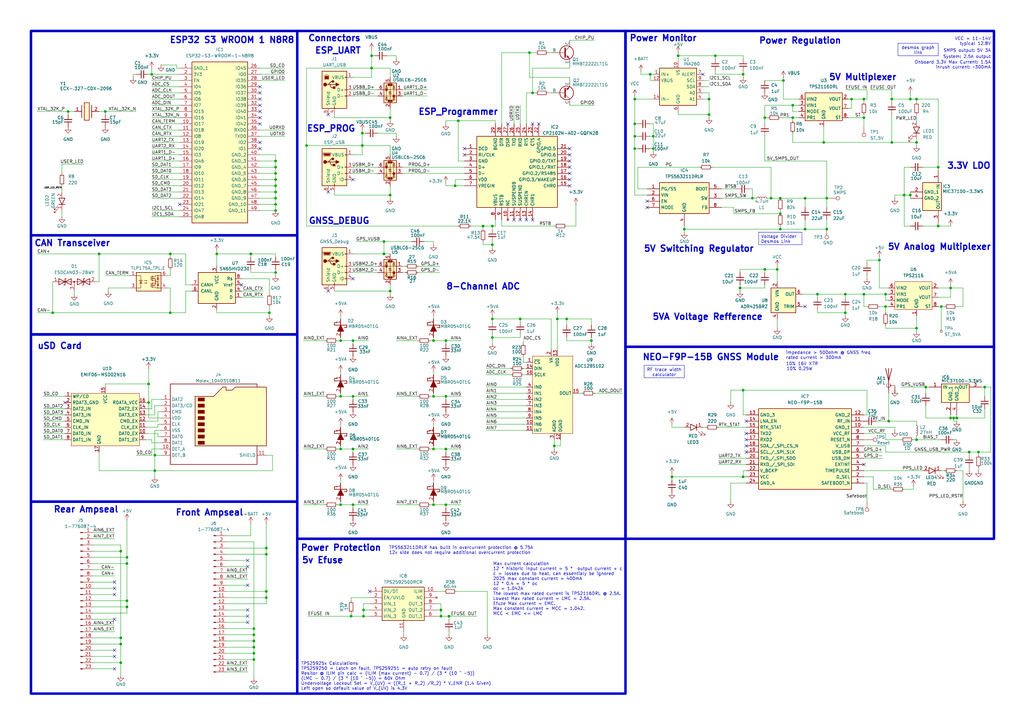
<source format=kicad_sch>
(kicad_sch (version 20250114) (generator "eeschema") (generator_version "9.0")
  (paper "A3")
  (title_block (title "SDM26 Datalogger") (date "2025-06-09") (rev "3.3") (company "Sun Devil Motorsports"))
  (rectangle (start 121.92 12.7) (end 256.54 220.98) (stroke (width 1.016)))
  (rectangle (start 12.7 205.74) (end 121.92 284.48) (stroke (width 1.016)))
  (rectangle (start 256.54 142.24) (end 407.67 220.98) (stroke (width 1.016)))
  (rectangle (start 256.54 12.7) (end 407.67 142.24) (stroke (width 1.016)))
  (rectangle (start 121.92 220.98) (end 256.54 284.48) (stroke (width 1.016)))
  (rectangle (start 12.7 137.16) (end 121.92 205.74) (stroke (width 1.016)))
  (rectangle (start 12.7 12.7) (end 121.92 96.52) (stroke (width 1.016)))
  (rectangle (start 12.7 96.52) (end 121.92 137.16) (stroke (width 1.016)))
  (text "Power Regulation" (at 311.15 18.288 0) (effects (font (size 2.54 2.54) (thickness 0.512) (bold yes)) (justify left bottom)))
  (text "5V Multiplexer" (at 339.852 33.274 0) (effects (font (size 2.54 2.54) (thickness 0.512) (bold yes)) (justify left bottom)))
  (text "CAN Transceiver" (at 13.97 101.346 0) (effects (font (size 2.54 2.54) (thickness 0.512) (bold yes)) (justify left bottom)))
  (text "10% 16V X7R" (at 322.326 150.114 0) (effects (font (size 1.27 1.27)) (justify left bottom)))
  (text "5v Efuse\n" (at 123.698 231.394 0) (effects (font (size 2.54 2.54) (thickness 0.512) (bold yes)) (justify left bottom)))
  (text "inrush current: ~300mA" (at 406.4 28.448 0) (effects (font (size 1.27 1.27)) (justify right bottom)))
  (text "5V Switching Regulator" (at 263.906 103.632 0) (effects (font (size 2.54 2.54) (thickness 0.512) (bold yes)) (justify left bottom)))
  (text "5V Analog Multiplexer" (at 363.982 102.87 0) (effects (font (size 2.54 2.54) (thickness 0.512) (bold yes)) (justify left bottom)))
  (text "ESP32 S3 WROOM 1 N8R8" (at 120.904 18.034 0) (effects (font (size 2.54 2.54) (thickness 0.512) (bold yes)) (justify right bottom)))
  (text "Power Monitor" (at 258.064 17.272 0) (effects (font (size 2.54 2.54) (thickness 0.512) (bold yes)) (justify left bottom)))
  (text "Connectors" (at 126.238 17.272 0) (effects (font (size 2.54 2.54) (thickness 0.512) (bold yes)) (justify left bottom)))
  (text "10% 0.25W" (at 322.58 152.146 0) (effects (font (size 1.27 1.27)) (justify left bottom)))
  (text "ESP_PROG" (at 125.73 54.356 0) (effects (font (size 2.54 2.54) (thickness 0.512) (bold yes)) (justify left bottom)))
  (text "Onboard 3.3V Max Current: 1.5A" (at 406.4 26.416 0) (effects (font (size 1.27 1.27)) (justify right bottom)))
  (text "impedance > 500ohm @ GNSS freq\nrated current > 300mA" (at 322.326 147.574 0) (effects (font (size 1.27 1.27)) (justify left bottom)))
  (text "Front Ampseal" (at 71.882 211.836 0) (effects (font (size 2.54 2.54) (thickness 0.512) (bold yes)) (justify left bottom)))
  (text "3.3V LDO" (at 388.366 69.596 0) (effects (font (size 2.54 2.54) (thickness 0.512) (bold yes)) (justify left bottom)))
  (text "VCC = 11-14V\ntypical 12.8V" (at 406.4 18.796 0) (effects (font (size 1.27 1.27)) (justify right bottom)))
  (text "GNSS_DEBUG" (at 126.492 92.202 0) (effects (font (size 2.54 2.54) (thickness 0.512) (bold yes)) (justify left bottom)))
  (text "Max current calculation\n12 * historic input current = 5 *  output current + c\nc = losses due to heat, can essentialy be ignored\n2025 max constant current = 400mA\n12 * 0.4 = 5 * oc\noc = 1.042A\nThe lowest max rated current is TPS2116DRL @ 2.5A.\nLowest Max rated current = LMC = 2.5A.\nEfuze Max current = EMC.\nMax constent current = MCC = 1.042.\nMCC < EMC <= LMC" (at 202.184 230.632 0) (effects (font (size 1.27 1.27)) (justify left top)))
  (text "ESP_UART" (at 129.032 22.352 0) (effects (font (size 2.54 2.54) (thickness 0.512) (bold yes)) (justify left bottom)))
  (text "TPS563211DRLR has built in overcurrent protection @ 5.75A\n12v side does not require additional overcurrent protection" (at 159.512 224.028 0) (effects (font (size 1.27 1.27)) (justify left top)))
  (text "8-Channel ADC" (at 182.88 119.126 0) (effects (font (size 2.54 2.54) (thickness 0.512) (bold yes)) (justify left bottom)))
  (text "uSD Card" (at 15.24 143.51 0) (effects (font (size 2.54 2.54) (thickness 0.512) (bold yes)) (justify left bottom)))
  (text "ESP_Programmer" (at 171.45 47.498 0) (effects (font (size 2.54 2.54) (thickness 0.512) (bold yes)) (justify left bottom)))
  (text "Power Protection" (at 123.19 226.314 0) (effects (font (size 2.54 2.54) (thickness 0.512) (bold yes)) (justify left bottom)))
  (text "5VA Voltage Refference " (at 267.462 131.572 0) (effects (font (size 2.54 2.54) (thickness 0.512) (bold yes)) (justify left bottom)))
  (text "SMPS output: 5V 3A" (at 406.4 21.59 0) (effects (font (size 1.27 1.27)) (justify right bottom)))
  (text "NEO-F9P-15B GNSS Module" (at 263.398 148.082 0) (effects (font (size 2.54 2.54) (thickness 0.512) (bold yes)) (justify left bottom)))
  (text "System: 2.5A output" (at 406.4 24.13 0) (effects (font (size 1.27 1.27)) (justify right bottom)))
  (text "Rear Ampseal\n" (at 21.844 210.566 0) (effects (font (size 2.54 2.54) (thickness 0.512) (bold yes)) (justify left bottom)))
  (text "TPS25925x Calculations\nTPS259250 = Latch on fault, TPS259251 = auto retry on fault\nResitor @ ILIM pin calc = (ILIM (max current) - 0.7) / (3 * (10 ^ -5))\n(LMC - 0.7) / (3 * (10 ^ -5)) = 60k Ohm\nUndervoltage Lockout Set = V_(UV) = ((R_1 + R_2) /R_2) * V_ENR (1.4 Given)\nLeft open so default value of V_(UV) is 4.3V\n" (at 123.444 271.526 0) (effects (font (size 1.27 1.27)) (justify left top)))
  (text_box "desmos graph link" (at 368.3 17.78 0) (size 16.51 5.08) (margins 0.9525 0.9525 0.9525 0.9525) (effects (font (size 1.27 1.27)) (justify top)))
  (text_box "Voltage Divider Desmos Link" (at 311.15 95.25 0) (size 17.78 5.08) (margins 0.9525 0.9525 0.9525 0.9525) (effects (font (size 1.27 1.27)) (justify left top)))
  (text_box "RF trace width calculator" (at 264.16 149.86 0) (size 16.51 5.08) (margins 0.9525 0.9525 0.9525 0.9525) (effects (font (size 1.27 1.27)) (justify top)))
  (junction (at 373.38 80.01))
  (junction (at 49.53 226.06))
  (junction (at 109.22 227.33))
  (junction (at 27.94 45.72))
  (junction (at 364.49 172.72))
  (junction (at 365.76 58.42))
  (junction (at 184.15 252.73))
  (junction (at 139.7 184.15))
  (junction (at 330.2 81.28))
  (junction (at 228.6 130.81))
  (junction (at 157.48 104.14))
  (junction (at 304.8 160.02))
  (junction (at 363.22 120.65))
  (junction (at 320.04 93.98))
  (junction (at 104.14 270.51))
  (junction (at 278.13 22.86))
  (junction (at 293.37 22.86))
  (junction (at 266.7 30.48))
  (junction (at 182.88 139.7))
  (junction (at 386.08 125.73))
  (junction (at 354.33 48.26))
  (junction (at 186.69 76.2))
  (junction (at 177.8 207.01))
  (junction (at 242.57 139.7))
  (junction (at 104.14 267.97))
  (junction (at 313.69 48.26))
  (junction (at 384.81 92.71))
  (junction (at 160.02 119.38))
  (junction (at 308.61 81.28))
  (junction (at 52.07 248.92))
  (junction (at 217.17 21.59))
  (junction (at 113.03 111.76))
  (junction (at 69.85 128.27))
  (junction (at 52.07 246.38))
  (junction (at 403.86 158.75))
  (junction (at 260.35 60.96))
  (junction (at 198.12 92.71))
  (junction (at 379.73 158.75))
  (junction (at 391.16 171.45))
  (junction (at 177.8 162.56))
  (junction (at 370.84 80.01))
  (junction (at 177.8 139.7))
  (junction (at 177.8 184.15))
  (junction (at 144.78 139.7))
  (junction (at 187.96 49.53))
  (junction (at 373.38 40.64))
  (junction (at 104.14 260.35))
  (junction (at 318.77 110.49))
  (junction (at 290.83 46.99))
  (junction (at 49.53 271.78))
  (junction (at 304.8 30.48))
  (junction (at 62.23 30.48))
  (junction (at 290.83 40.64))
  (junction (at 144.78 207.01))
  (junction (at 113.03 71.12))
  (junction (at 316.23 81.28))
  (junction (at 397.51 185.42))
  (junction (at 325.12 48.26))
  (junction (at 267.97 60.96))
  (junction (at 144.78 184.15))
  (junction (at 346.71 120.65))
  (junction (at 139.7 139.7))
  (junction (at 52.07 228.6))
  (junction (at 102.87 104.14))
  (junction (at 88.9 104.14))
  (junction (at 339.09 81.28))
  (junction (at 267.97 55.88))
  (junction (at 109.22 242.57))
  (junction (at 330.2 93.98))
  (junction (at 275.59 195.58))
  (junction (at 160.02 80.01))
  (junction (at 113.03 76.2))
  (junction (at 139.7 162.56))
  (junction (at 375.92 58.42))
  (junction (at 152.4 27.94))
  (junction (at 49.53 261.62))
  (junction (at 313.69 110.49))
  (junction (at 260.35 40.64))
  (junction (at 157.48 99.06))
  (junction (at 63.5 186.69))
  (junction (at 160.02 48.26))
  (junction (at 337.82 58.42))
  (junction (at 392.43 171.45))
  (junction (at 201.93 130.81))
  (junction (at 232.41 130.81))
  (junction (at 180.848 252.73))
  (junction (at 354.33 40.64))
  (junction (at 69.85 104.14))
  (junction (at 113.03 68.58))
  (junction (at 113.03 66.04))
  (junction (at 320.04 81.28))
  (junction (at 201.93 138.43))
  (junction (at 110.49 128.27))
  (junction (at 109.22 245.11))
  (junction (at 113.03 81.28))
  (junction (at 43.18 45.72))
  (junction (at 113.03 73.66))
  (junction (at 218.44 38.1))
  (junction (at 201.93 100.33))
  (junction (at 325.12 43.18))
  (junction (at 60.96 165.1))
  (junction (at 354.33 120.65))
  (junction (at 152.4 22.86))
  (junction (at 180.848 250.19))
  (junction (at 360.68 106.68))
  (junction (at 40.64 104.14))
  (junction (at 321.31 33.02))
  (junction (at 182.88 207.01))
  (junction (at 304.8 195.58))
  (junction (at 260.35 55.88))
  (junction (at 148.59 54.61))
  (junction (at 260.35 50.8))
  (junction (at 144.78 162.56))
  (junction (at 52.07 231.14))
  (junction (at 363.22 125.73))
  (junction (at 320.04 87.63))
  (junction (at 139.7 207.01))
  (junction (at 375.92 134.62))
  (junction (at 182.88 162.56))
  (junction (at 375.92 40.64))
  (junction (at 113.03 83.82))
  (junction (at 109.22 224.79))
  (junction (at 182.88 184.15))
  (junction (at 213.36 130.81))
  (junction (at 104.14 265.43))
  (junction (at 49.53 264.16))
  (junction (at 349.25 40.64))
  (junction (at 401.32 185.42))
  (junction (at 384.81 68.58))
  (junction (at 375.92 180.34))
  (junction (at 280.67 93.98))
  (junction (at 149.098 250.19))
  (junction (at 113.03 86.36))
  (junction (at 144.018 252.73))
  (junction (at 149.098 252.73))
  (junction (at 201.93 92.71))
  (junction (at 104.14 262.89))
  (junction (at 346.71 128.27))
  (junction (at 104.14 257.81))
  (junction (at 389.89 171.45))
  (junction (at 303.53 118.11))
  (junction (at 60.96 157.48))
  (junction (at 21.59 128.27))
  (junction (at 335.28 120.65))
  (junction (at 148.59 59.69))
  (junction (at 227.33 182.88))
  (junction (at 63.5 193.04))
  (junction (at 365.76 40.64))
  (junction (at 339.09 93.98))
  (junction (at 113.03 78.74))
  (junction (at 389.89 118.11))
  (junction (at 125.73 59.69))
  (no_connect (at 106.68 48.26))
  (no_connect (at 151.638 242.57))
  (no_connect (at 208.28 50.8))
  (no_connect (at 106.68 45.72))
  (no_connect (at 306.07 172.72))
  (no_connect (at 101.6 255.27))
  (no_connect (at 101.6 250.19))
  (no_connect (at 218.44 90.17))
  (no_connect (at 330.2 125.73))
  (no_connect (at 213.36 90.17))
  (no_connect (at 306.07 180.34))
  (no_connect (at 306.07 185.42))
  (no_connect (at 106.68 40.64))
  (no_connect (at 233.68 73.66))
  (no_connect (at 233.68 76.2))
  (no_connect (at 26.67 165.1))
  (no_connect (at 354.33 190.5))
  (no_connect (at 233.68 63.5))
  (no_connect (at 46.99 254))
  (no_connect (at 101.6 240.03))
  (no_connect (at 233.68 71.12))
  (no_connect (at 265.43 85.09))
  (no_connect (at 134.62 78.74))
  (no_connect (at 215.9 90.17))
  (no_connect (at 46.99 241.3))
  (no_connect (at 134.62 46.99))
  (no_connect (at 106.68 50.8))
  (no_connect (at 106.68 38.1))
  (no_connect (at 73.66 83.82))
  (no_connect (at 101.6 252.73))
  (no_connect (at 106.68 35.56))
  (no_connect (at 210.82 90.17))
  (no_connect (at 46.99 269.24))
  (no_connect (at 218.44 50.8))
  (no_connect (at 144.78 114.3))
  (no_connect (at 101.6 229.87))
  (no_connect (at 144.78 73.66))
  (no_connect (at 46.99 266.7))
  (no_connect (at 46.99 243.84))
  (no_connect (at 288.29 30.48))
  (no_connect (at 46.99 238.76))
  (no_connect (at 134.62 119.38))
  (no_connect (at 306.07 182.88))
  (no_connect (at 106.68 43.18))
  (no_connect (at 190.5 60.96))
  (no_connect (at 99.06 116.84))
  (no_connect (at 106.68 60.96))
  (no_connect (at 306.07 177.8))
  (no_connect (at 106.68 58.42))
  (no_connect (at 233.68 68.58))
  (no_connect (at 233.68 66.04))
  (no_connect (at 220.98 50.8))
  (no_connect (at 233.68 60.96))
  (no_connect (at 265.43 82.55))
  (no_connect (at 101.6 232.41))
  (no_connect (at 190.5 63.5))
  (no_connect (at 46.99 274.32))
  (wire (pts (xy 278.13 21.59) (xy 278.13 22.86)))
  (wire (pts (xy 92.71 255.27) (xy 101.6 255.27)))
  (wire (pts (xy 354.33 195.58) (xy 358.14 195.58)))
  (wire (pts (xy 180.34 109.22) (xy 171.45 109.22)))
  (wire (pts (xy 363.22 125.73) (xy 363.22 128.27)))
  (wire (pts (xy 92.71 275.59) (xy 101.6 275.59)))
  (wire (pts (xy 237.49 161.29) (xy 238.76 161.29)))
  (wire (pts (xy 68.58 118.11) (xy 69.85 118.11)))
  (wire (pts (xy 367.03 161.29) (xy 367.03 160.02)))
  (wire (pts (xy 69.85 113.03) (xy 69.85 110.49)))
  (wire (pts (xy 62.23 68.58) (xy 73.66 68.58)))
  (wire (pts (xy 177.8 139.7) (xy 177.8 138.43)))
  (wire (pts (xy 318.77 130.81) (xy 318.77 134.62)))
  (wire (pts (xy 355.6 40.64) (xy 355.6 36.83)))
  (wire (pts (xy 38.1 251.46) (xy 52.07 251.46)))
  (wire (pts (xy 182.88 162.56) (xy 189.23 162.56)))
  (wire (pts (xy 280.67 93.98) (xy 280.67 92.71)))
  (wire (pts (xy 363.22 123.19) (xy 363.22 120.65)))
  (wire (pts (xy 313.69 43.18) (xy 325.12 43.18)))
  (wire (pts (xy 214.63 153.67) (xy 215.9 153.67)))
  (wire (pts (xy 354.33 40.64) (xy 354.33 41.91)))
  (wire (pts (xy 327.66 40.64) (xy 321.31 40.64)))
  (wire (pts (xy 375.92 58.42) (xy 375.92 59.69)))
  (wire (pts (xy 160.02 119.38) (xy 160.02 120.65)))
  (wire (pts (xy 182.88 207.01) (xy 189.23 207.01)))
  (wire (pts (xy 144.78 104.14) (xy 157.48 104.14)))
  (wire (pts (xy 199.39 151.13) (xy 209.55 151.13)))
  (wire (pts (xy 15.24 45.72) (xy 27.94 45.72)))
  (wire (pts (xy 104.14 265.43) (xy 104.14 267.97)))
  (wire (pts (xy 262.89 30.48) (xy 266.7 30.48)))
  (wire (pts (xy 111.76 186.69) (xy 111.76 193.04)))
  (wire (pts (xy 198.12 100.33) (xy 201.93 100.33)))
  (wire (pts (xy 199.39 158.75) (xy 215.9 158.75)))
  (wire (pts (xy 261.62 55.88) (xy 260.35 55.88)))
  (wire (pts (xy 349.25 40.64) (xy 349.25 44.45)))
  (wire (pts (xy 62.23 76.2) (xy 73.66 76.2)))
  (wire (pts (xy 295.91 81.28) (xy 308.61 81.28)))
  (wire (pts (xy 92.71 219.71) (xy 102.87 219.71)))
  (wire (pts (xy 92.71 234.95) (xy 101.6 234.95)))
  (wire (pts (xy 198.12 92.71) (xy 201.93 92.71)))
  (wire (pts (xy 232.41 139.7) (xy 242.57 139.7)))
  (wire (pts (xy 375.92 172.72) (xy 375.92 173.99)))
  (wire (pts (xy 198.12 99.06) (xy 198.12 100.33)))
  (wire (pts (xy 62.23 86.36) (xy 73.66 86.36)))
  (wire (pts (xy 76.2 104.14) (xy 76.2 116.84)))
  (wire (pts (xy 40.64 193.04) (xy 63.5 193.04)))
  (wire (pts (xy 124.46 162.56) (xy 133.35 162.56)))
  (wire (pts (xy 38.1 259.08) (xy 46.99 259.08)))
  (wire (pts (xy 66.04 166.37) (xy 63.5 166.37)))
  (wire (pts (xy 38.1 233.68) (xy 46.99 233.68)))
  (wire (pts (xy 177.8 139.7) (xy 182.88 139.7)))
  (wire (pts (xy 17.78 162.56) (xy 26.67 162.56)))
  (wire (pts (xy 201.93 138.43) (xy 201.93 140.97)))
  (wire (pts (xy 199.898 242.57) (xy 199.898 260.35)))
  (wire (pts (xy 59.69 167.64) (xy 62.23 167.64)))
  (wire (pts (xy 137.16 80.01) (xy 137.16 78.74)))
  (wire (pts (xy 290.83 38.1) (xy 288.29 38.1)))
  (wire (pts (xy 38.1 220.98) (xy 46.99 220.98)))
  (wire (pts (xy 92.71 224.79) (xy 109.22 224.79)))
  (wire (pts (xy 280.67 93.98) (xy 320.04 93.98)))
  (wire (pts (xy 138.43 139.7) (xy 139.7 139.7)))
  (wire (pts (xy 228.6 130.81) (xy 228.6 143.51)))
  (wire (pts (xy 104.14 257.81) (xy 104.14 260.35)))
  (wire (pts (xy 320.04 86.36) (xy 320.04 87.63)))
  (wire (pts (xy 365.76 36.83) (xy 356.87 36.83)))
  (wire (pts (xy 321.31 33.02) (xy 321.31 40.64)))
  (wire (pts (xy 106.68 68.58) (xy 113.03 68.58)))
  (wire (pts (xy 25.4 76.2) (xy 25.4 78.74)))
  (wire (pts (xy 139.7 129.54) (xy 139.7 130.81)))
  (wire (pts (xy 325.12 48.26) (xy 327.66 48.26)))
  (wire (pts (xy 354.33 120.65) (xy 363.22 120.65)))
  (wire (pts (xy 275.59 173.99) (xy 275.59 175.26)))
  (wire (pts (xy 190.5 66.04) (xy 187.96 66.04)))
  (wire (pts (xy 403.86 158.75) (xy 406.4 158.75)))
  (wire (pts (xy 54.61 30.48) (xy 55.88 30.48)))
  (wire (pts (xy 63.5 166.37) (xy 63.5 170.18)))
  (wire (pts (xy 144.78 185.42) (xy 144.78 184.15)))
  (wire (pts (xy 401.32 185.42) (xy 406.4 185.42)))
  (wire (pts (xy 88.9 104.14) (xy 88.9 109.22)))
  (wire (pts (xy 303.53 118.11) (xy 303.53 119.38)))
  (wire (pts (xy 106.68 76.2) (xy 113.03 76.2)))
  (wire (pts (xy 313.69 66.04) (xy 339.09 66.04)))
  (wire (pts (xy 375.92 134.62) (xy 363.22 134.62)))
  (wire (pts (xy 233.68 31.75) (xy 233.68 33.02)))
  (wire (pts (xy 62.23 35.56) (xy 73.66 35.56)))
  (wire (pts (xy 38.1 271.78) (xy 49.53 271.78)))
  (wire (pts (xy 355.6 125.73) (xy 354.33 125.73)))
  (wire (pts (xy 106.68 27.94) (xy 116.84 27.94)))
  (wire (pts (xy 64.77 179.07) (xy 66.04 179.07)))
  (wire (pts (xy 184.15 259.08) (xy 184.15 260.35)))
  (wire (pts (xy 38.1 223.52) (xy 49.53 223.52)))
  (wire (pts (xy 242.57 138.43) (xy 242.57 139.7)))
  (wire (pts (xy 187.96 49.53) (xy 187.96 66.04)))
  (wire (pts (xy 293.37 22.86) (xy 304.8 22.86)))
  (wire (pts (xy 73.66 27.94) (xy 72.39 27.94)))
  (wire (pts (xy 363.22 180.34) (xy 363.22 177.8)))
  (wire (pts (xy 288.29 35.56) (xy 290.83 35.56)))
  (wire (pts (xy 110.49 128.27) (xy 110.49 129.54)))
  (wire (pts (xy 15.24 128.27) (xy 21.59 128.27)))
  (wire (pts (xy 201.93 99.06) (xy 201.93 100.33)))
  (wire (pts (xy 278.13 45.72) (xy 278.13 46.99)))
  (wire (pts (xy 139.7 152.4) (xy 139.7 153.67)))
  (wire (pts (xy 384.81 68.58) (xy 384.81 69.85)))
  (wire (pts (xy 38.1 246.38) (xy 52.07 246.38)))
  (wire (pts (xy 62.23 48.26) (xy 73.66 48.26)))
  (wire (pts (xy 360.68 125.73) (xy 363.22 125.73)))
  (wire (pts (xy 165.1 36.83) (xy 175.26 36.83)))
  (wire (pts (xy 113.03 111.76) (xy 113.03 113.03)))
  (wire (pts (xy 43.18 158.75) (xy 43.18 157.48)))
  (wire (pts (xy 162.56 139.7) (xy 171.45 139.7)))
  (wire (pts (xy 149.098 250.19) (xy 149.098 247.65)))
  (wire (pts (xy 62.23 55.88) (xy 73.66 55.88)))
  (wire (pts (xy 370.84 68.58) (xy 373.38 68.58)))
  (wire (pts (xy 162.56 54.61) (xy 162.56 55.88)))
  (wire (pts (xy 266.7 33.02) (xy 267.97 33.02)))
  (wire (pts (xy 214.63 139.7) (xy 214.63 140.97)))
  (wire (pts (xy 148.59 54.61) (xy 148.59 59.69)))
  (wire (pts (xy 304.8 160.02) (xy 304.8 170.18)))
  (wire (pts (xy 354.33 175.26) (xy 367.03 175.26)))
  (wire (pts (xy 124.46 139.7) (xy 133.35 139.7)))
  (wire (pts (xy 92.71 250.19) (xy 101.6 250.19)))
  (wire (pts (xy 182.88 184.15) (xy 189.23 184.15)))
  (wire (pts (xy 316.23 81.28) (xy 320.04 81.28)))
  (wire (pts (xy 106.68 81.28) (xy 113.03 81.28)))
  (wire (pts (xy 260.35 80.01) (xy 265.43 80.01)))
  (wire (pts (xy 210.82 50.8) (xy 210.82 43.18)))
  (wire (pts (xy 306.07 193.04) (xy 304.8 193.04)))
  (wire (pts (xy 73.66 63.5) (xy 62.23 63.5)))
  (wire (pts (xy 349.25 40.64) (xy 354.33 40.64)))
  (wire (pts (xy 335.28 128.27) (xy 335.28 127)))
  (wire (pts (xy 76.2 116.84) (xy 78.74 116.84)))
  (wire (pts (xy 304.8 30.48) (xy 304.8 31.75)))
  (wire (pts (xy 144.78 207.01) (xy 151.13 207.01)))
  (wire (pts (xy 288.29 175.26) (xy 289.56 175.26)))
  (wire (pts (xy 40.64 104.14) (xy 69.85 104.14)))
  (wire (pts (xy 365.76 40.64) (xy 373.38 40.64)))
  (wire (pts (xy 17.78 180.34) (xy 26.67 180.34)))
  (wire (pts (xy 62.23 58.42) (xy 73.66 58.42)))
  (wire (pts (xy 375.92 57.15) (xy 375.92 58.42)))
  (wire (pts (xy 40.64 45.72) (xy 43.18 45.72)))
  (wire (pts (xy 367.03 80.01) (xy 367.03 81.28)))
  (wire (pts (xy 126.238 252.73) (xy 144.018 252.73)))
  (wire (pts (xy 137.16 80.01) (xy 160.02 80.01)))
  (wire (pts (xy 176.53 207.01) (xy 177.8 207.01)))
  (wire (pts (xy 125.73 59.69) (xy 148.59 59.69)))
  (wire (pts (xy 325.12 45.72) (xy 327.66 45.72)))
  (wire (pts (xy 186.69 76.2) (xy 190.5 76.2)))
  (wire (pts (xy 109.22 186.69) (xy 111.76 186.69)))
  (wire (pts (xy 355.6 198.12) (xy 355.6 205.74)))
  (wire (pts (xy 165.608 259.08) (xy 165.608 260.35)))
  (wire (pts (xy 125.73 59.69) (xy 125.73 92.71)))
  (wire (pts (xy 144.018 245.11) (xy 151.638 245.11)))
  (wire (pts (xy 109.22 245.11) (xy 109.22 247.65)))
  (wire (pts (xy 49.53 261.62) (xy 49.53 264.16)))
  (wire (pts (xy 102.87 104.14) (xy 113.03 104.14)))
  (wire (pts (xy 233.68 27.94) (xy 233.68 26.67)))
  (wire (pts (xy 104.14 270.51) (xy 104.14 278.13)))
  (wire (pts (xy 60.96 30.48) (xy 62.23 30.48)))
  (wire (pts (xy 144.78 162.56) (xy 151.13 162.56)))
  (wire (pts (xy 62.23 88.9) (xy 73.66 88.9)))
  (wire (pts (xy 384.81 118.11) (xy 389.89 118.11)))
  (wire (pts (xy 63.5 193.04) (xy 111.76 193.04)))
  (wire (pts (xy 354.33 48.26) (xy 354.33 46.99)))
  (wire (pts (xy 104.14 222.25) (xy 104.14 257.81)))
  (wire (pts (xy 397.51 186.69) (xy 397.51 185.42)))
  (wire (pts (xy 290.83 40.64) (xy 290.83 46.99)))
  (wire (pts (xy 148.59 59.69) (xy 148.59 63.5)))
  (wire (pts (xy 375.92 179.07) (xy 375.92 180.34)))
  (wire (pts (xy 363.22 185.42) (xy 363.22 182.88)))
  (wire (pts (xy 275.59 195.58) (xy 275.59 194.31)))
  (wire (pts (xy 233.68 16.51) (xy 243.84 16.51)))
  (wire (pts (xy 306.07 195.58) (xy 304.8 195.58)))
  (wire (pts (xy 144.018 245.11) (xy 144.018 246.38)))
  (wire (pts (xy 162.56 22.86) (xy 162.56 24.13)))
  (wire (pts (xy 304.8 195.58) (xy 304.8 193.04)))
  (wire (pts (xy 113.03 110.49) (xy 113.03 111.76)))
  (wire (pts (xy 64.77 168.91) (xy 64.77 172.72)))
  (wire (pts (xy 325.12 54.61) (xy 325.12 58.42)))
  (wire (pts (xy 370.84 80.01) (xy 367.03 80.01)))
  (wire (pts (xy 157.48 104.14) (xy 160.02 104.14)))
  (wire (pts (xy 375.92 134.62) (xy 375.92 135.89)))
  (wire (pts (xy 303.53 111.76) (xy 303.53 110.49)))
  (wire (pts (xy 160.02 76.2) (xy 160.02 80.01)))
  (wire (pts (xy 160.02 44.45) (xy 160.02 48.26)))
  (wire (pts (xy 199.39 168.91) (xy 215.9 168.91)))
  (wire (pts (xy 365.76 46.99) (xy 365.76 58.42)))
  (wire (pts (xy 144.78 36.83) (xy 154.94 36.83)))
  (wire (pts (xy 62.23 163.83) (xy 66.04 163.83)))
  (wire (pts (xy 99.06 119.38) (xy 107.95 119.38)))
  (wire (pts (xy 182.88 139.7) (xy 189.23 139.7)))
  (wire (pts (xy 40.64 185.42) (xy 40.64 193.04)))
  (wire (pts (xy 106.68 86.36) (xy 113.03 86.36)))
  (wire (pts (xy 214.63 148.59) (xy 214.63 146.05)))
  (wire (pts (xy 177.8 207.01) (xy 177.8 205.74)))
  (wire (pts (xy 144.78 139.7) (xy 151.13 139.7)))
  (wire (pts (xy 354.33 198.12) (xy 355.6 198.12)))
  (wire (pts (xy 307.34 77.47) (xy 308.61 77.47)))
  (wire (pts (xy 328.93 120.65) (xy 335.28 120.65)))
  (wire (pts (xy 375.92 46.99) (xy 375.92 49.53)))
  (wire (pts (xy 347.98 40.64) (xy 349.25 40.64)))
  (wire (pts (xy 358.14 200.66) (xy 365.76 200.66)))
  (wire (pts (xy 165.1 39.37) (xy 175.26 39.37)))
  (wire (pts (xy 38.1 228.6) (xy 52.07 228.6)))
  (wire (pts (xy 113.03 104.14) (xy 113.03 105.41)))
  (wire (pts (xy 66.04 173.99) (xy 64.77 173.99)))
  (wire (pts (xy 355.6 107.95) (xy 355.6 106.68)))
  (wire (pts (xy 201.93 100.33) (xy 201.93 101.6)))
  (wire (pts (xy 38.1 264.16) (xy 49.53 264.16)))
  (wire (pts (xy 38.1 226.06) (xy 49.53 226.06)))
  (wire (pts (xy 364.49 161.29) (xy 364.49 172.72)))
  (wire (pts (xy 138.43 207.01) (xy 139.7 207.01)))
  (wire (pts (xy 15.24 104.14) (xy 40.64 104.14)))
  (wire (pts (xy 106.68 78.74) (xy 113.03 78.74)))
  (wire (pts (xy 384.81 121.92) (xy 389.89 121.92)))
  (wire (pts (xy 40.64 104.14) (xy 40.64 115.57)))
  (wire (pts (xy 62.23 50.8) (xy 73.66 50.8)))
  (wire (pts (xy 92.71 247.65) (xy 109.22 247.65)))
  (wire (pts (xy 199.39 171.45) (xy 215.9 171.45)))
  (wire (pts (xy 92.71 237.49) (xy 101.6 237.49)))
  (wire (pts (xy 370.84 80.01) (xy 370.84 92.71)))
  (wire (pts (xy 144.018 252.73) (xy 149.098 252.73)))
  (wire (pts (xy 354.33 177.8) (xy 363.22 177.8)))
  (wire (pts (xy 355.6 106.68) (xy 360.68 106.68)))
  (wire (pts (xy 66.04 168.91) (xy 64.77 168.91)))
  (wire (pts (xy 232.41 130.81) (xy 228.6 130.81)))
  (wire (pts (xy 275.59 195.58) (xy 304.8 195.58)))
  (wire (pts (xy 260.35 60.96) (xy 260.35 80.01)))
  (wire (pts (xy 88.9 104.14) (xy 102.87 104.14)))
  (wire (pts (xy 213.36 50.8) (xy 213.36 43.18)))
  (wire (pts (xy 176.53 162.56) (xy 177.8 162.56)))
  (wire (pts (xy 278.13 22.86) (xy 278.13 25.4)))
  (wire (pts (xy 53.34 113.03) (xy 43.18 113.03)))
  (wire (pts (xy 260.35 55.88) (xy 260.35 60.96)))
  (wire (pts (xy 62.23 60.96) (xy 73.66 60.96)))
  (wire (pts (xy 313.69 66.04) (xy 313.69 55.88)))
  (wire (pts (xy 218.44 27.94) (xy 218.44 38.1)))
  (wire (pts (xy 180.34 111.76) (xy 171.45 111.76)))
  (wire (pts (xy 104.14 260.35) (xy 104.14 262.89)))
  (wire (pts (xy 236.22 92.71) (xy 236.22 83.82)))
  (wire (pts (xy 113.03 76.2) (xy 113.03 78.74)))
  (wire (pts (xy 27.94 46.99) (xy 27.94 45.72)))
  (wire (pts (xy 359.41 172.72) (xy 364.49 172.72)))
  (wire (pts (xy 294.64 175.26) (xy 306.07 175.26)))
  (wire (pts (xy 69.85 105.41) (xy 69.85 104.14)))
  (wire (pts (xy 391.16 171.45) (xy 392.43 171.45)))
  (wire (pts (xy 52.07 246.38) (xy 52.07 248.92)))
  (wire (pts (xy 144.78 31.75) (xy 152.4 31.75)))
  (wire (pts (xy 124.46 184.15) (xy 133.35 184.15)))
  (wire (pts (xy 106.68 30.48) (xy 116.84 30.48)))
  (wire (pts (xy 43.18 45.72) (xy 55.88 45.72)))
  (wire (pts (xy 66.04 26.67) (xy 72.39 26.67)))
  (wire (pts (xy 60.96 165.1) (xy 60.96 157.48)))
  (wire (pts (xy 38.1 241.3) (xy 46.99 241.3)))
  (wire (pts (xy 361.95 187.96) (xy 354.33 187.96)))
  (wire (pts (xy 295.91 77.47) (xy 302.26 77.47)))
  (wire (pts (xy 102.87 214.63) (xy 102.87 219.71)))
  (wire (pts (xy 205.74 92.71) (xy 227.33 92.71)))
  (wire (pts (xy 374.65 180.34) (xy 375.92 180.34)))
  (wire (pts (xy 304.8 160.02) (xy 355.6 160.02)))
  (wire (pts (xy 125.73 27.94) (xy 125.73 59.69)))
  (wire (pts (xy 144.78 184.15) (xy 139.7 184.15)))
  (wire (pts (xy 66.04 176.53) (xy 63.5 176.53)))
  (wire (pts (xy 92.71 222.25) (xy 104.14 222.25)))
  (wire (pts (xy 144.78 140.97) (xy 144.78 139.7)))
  (wire (pts (xy 139.7 162.56) (xy 144.78 162.56)))
  (wire (pts (xy 92.71 240.03) (xy 101.6 240.03)))
  (wire (pts (xy 304.8 29.21) (xy 304.8 30.48)))
  (wire (pts (xy 148.59 53.34) (xy 148.59 54.61)))
  (wire (pts (xy 38.1 243.84) (xy 46.99 243.84)))
  (wire (pts (xy 139.7 173.99) (xy 139.7 175.26)))
  (wire (pts (xy 72.39 26.67) (xy 72.39 27.94)))
  (wire (pts (xy 106.68 73.66) (xy 113.03 73.66)))
  (wire (pts (xy 62.23 27.94) (xy 62.23 30.48)))
  (wire (pts (xy 392.43 170.18) (xy 392.43 171.45)))
  (wire (pts (xy 335.28 120.65) (xy 346.71 120.65)))
  (wire (pts (xy 92.71 273.05) (xy 101.6 273.05)))
  (wire (pts (xy 92.71 265.43) (xy 104.14 265.43)))
  (wire (pts (xy 182.88 76.2) (xy 182.88 74.93)))
  (wire (pts (xy 292.1 68.58) (xy 316.23 68.58)))
  (wire (pts (xy 21.59 128.27) (xy 69.85 128.27)))
  (wire (pts (xy 38.1 236.22) (xy 46.99 236.22)))
  (wire (pts (xy 373.38 80.01) (xy 370.84 80.01)))
  (wire (pts (xy 293.37 29.21) (xy 293.37 30.48)))
  (wire (pts (xy 229.87 182.88) (xy 227.33 182.88)))
  (wire (pts (xy 397.51 185.42) (xy 401.32 185.42)))
  (wire (pts (xy 144.78 208.28) (xy 144.78 207.01)))
  (wire (pts (xy 363.22 125.73) (xy 364.49 125.73)))
  (wire (pts (xy 242.57 133.35) (xy 242.57 130.81)))
  (wire (pts (xy 152.4 22.86) (xy 153.67 22.86)))
  (wire (pts (xy 49.53 271.78) (xy 49.53 276.86)))
  (wire (pts (xy 201.93 92.71) (xy 201.93 93.98)))
  (wire (pts (xy 92.71 245.11) (xy 109.22 245.11)))
  (wire (pts (xy 363.22 120.65) (xy 364.49 120.65)))
  (wire (pts (xy 182.88 162.56) (xy 182.88 163.83)))
  (wire (pts (xy 339.09 81.28) (xy 339.09 85.09)))
  (wire (pts (xy 346.71 128.27) (xy 346.71 127)))
  (wire (pts (xy 113.03 66.04) (xy 113.03 68.58)))
  (wire (pts (xy 217.17 21.59) (xy 219.71 21.59)))
  (wire (pts (xy 59.69 180.34) (xy 62.23 180.34)))
  (wire (pts (xy 149.098 250.19) (xy 151.638 250.19)))
  (wire (pts (xy 199.39 173.99) (xy 215.9 173.99)))
  (wire (pts (xy 62.23 33.02) (xy 73.66 33.02)))
  (wire (pts (xy 139.7 184.15) (xy 139.7 182.88)))
  (wire (pts (xy 337.82 52.07) (xy 337.82 58.42)))
  (wire (pts (xy 347.98 48.26) (xy 354.33 48.26)))
  (wire (pts (xy 389.89 170.18) (xy 389.89 171.45)))
  (wire (pts (xy 261.62 50.8) (xy 260.35 50.8)))
  (wire (pts (xy 38.1 261.62) (xy 49.53 261.62)))
  (wire (pts (xy 69.85 128.27) (xy 76.2 128.27)))
  (wire (pts (xy 389.89 118.11) (xy 389.89 116.84)))
  (wire (pts (xy 102.87 111.76) (xy 102.87 110.49)))
  (wire (pts (xy 265.43 77.47) (xy 261.62 77.47)))
  (wire (pts (xy 260.35 50.8) (xy 260.35 55.88)))
  (wire (pts (xy 243.84 161.29) (xy 255.27 161.29)))
  (wire (pts (xy 335.28 120.65) (xy 335.28 121.92)))
  (wire (pts (xy 394.97 118.11) (xy 389.89 118.11)))
  (wire (pts (xy 346.71 129.54) (xy 346.71 128.27)))
  (wire (pts (xy 139.7 139.7) (xy 139.7 138.43)))
  (wire (pts (xy 109.22 214.63) (xy 109.22 224.79)))
  (wire (pts (xy 63.5 176.53) (xy 63.5 186.69)))
  (wire (pts (xy 335.28 128.27) (xy 346.71 128.27)))
  (wire (pts (xy 106.68 66.04) (xy 113.03 66.04)))
  (wire (pts (xy 214.63 151.13) (xy 215.9 151.13)))
  (wire (pts (xy 186.69 73.66) (xy 186.69 76.2)))
  (wire (pts (xy 299.72 160.02) (xy 299.72 165.1)))
  (wire (pts (xy 162.56 184.15) (xy 171.45 184.15)))
  (wire (pts (xy 92.71 232.41) (xy 101.6 232.41)))
  (wire (pts (xy 92.71 252.73) (xy 101.6 252.73)))
  (wire (pts (xy 92.71 270.51) (xy 104.14 270.51)))
  (wire (pts (xy 261.62 77.47) (xy 261.62 68.58)))
  (wire (pts (xy 370.84 68.58) (xy 370.84 80.01)))
  (wire (pts (xy 308.61 77.47) (xy 308.61 81.28)))
  (wire (pts (xy 138.43 162.56) (xy 139.7 162.56)))
  (wire (pts (xy 144.78 109.22) (xy 154.94 109.22)))
  (wire (pts (xy 109.22 224.79) (xy 109.22 227.33)))
  (wire (pts (xy 313.69 48.26) (xy 313.69 50.8)))
  (wire (pts (xy 260.35 40.64) (xy 267.97 40.64)))
  (wire (pts (xy 339.09 81.28) (xy 330.2 81.28)))
  (wire (pts (xy 59.69 175.26) (xy 64.77 175.26)))
  (wire (pts (xy 267.97 50.8) (xy 267.97 55.88)))
  (wire (pts (xy 320.04 48.26) (xy 325.12 48.26)))
  (wire (pts (xy 139.7 139.7) (xy 144.78 139.7)))
  (wire (pts (xy 267.97 60.96) (xy 267.97 62.23)))
  (wire (pts (xy 160.02 59.69) (xy 160.02 63.5)))
  (wire (pts (xy 177.8 184.15) (xy 177.8 182.88)))
  (wire (pts (xy 99.06 121.92) (xy 107.95 121.92)))
  (wire (pts (xy 182.88 49.53) (xy 187.96 49.53)))
  (wire (pts (xy 346.71 36.83) (xy 355.6 36.83)))
  (wire (pts (xy 233.68 27.94) (xy 218.44 27.94)))
  (wire (pts (xy 62.23 186.69) (xy 62.23 184.15)))
  (wire (pts (xy 320.04 93.98) (xy 330.2 93.98)))
  (wire (pts (xy 160.02 81.28) (xy 160.02 80.01)))
  (wire (pts (xy 113.03 78.74) (xy 113.03 81.28)))
  (wire (pts (xy 339.09 90.17) (xy 339.09 93.98)))
  (wire (pts (xy 148.59 59.69) (xy 160.02 59.69)))
  (wire (pts (xy 64.77 173.99) (xy 64.77 175.26)))
  (wire (pts (xy 182.88 139.7) (xy 182.88 140.97)))
  (wire (pts (xy 198.12 93.98) (xy 198.12 92.71)))
  (wire (pts (xy 17.78 170.18) (xy 26.67 170.18)))
  (wire (pts (xy 144.78 71.12) (xy 154.94 71.12)))
  (wire (pts (xy 149.098 252.73) (xy 149.098 250.19)))
  (wire (pts (xy 62.23 66.04) (xy 73.66 66.04)))
  (wire (pts (xy 43.18 157.48) (xy 60.96 157.48)))
  (wire (pts (xy 165.1 71.12) (xy 190.5 71.12)))
  (wire (pts (xy 177.8 207.01) (xy 182.88 207.01)))
  (wire (pts (xy 227.33 182.88) (xy 227.33 184.15)))
  (wire (pts (xy 62.23 45.72) (xy 73.66 45.72)))
  (wire (pts (xy 364.49 118.11) (xy 360.68 118.11)))
  (wire (pts (xy 165.1 68.58) (xy 190.5 68.58)))
  (wire (pts (xy 177.8 99.06) (xy 177.8 100.33)))
  (wire (pts (xy 104.14 267.97) (xy 104.14 270.51)))
  (wire (pts (xy 182.88 184.15) (xy 182.88 185.42)))
  (wire (pts (xy 162.56 162.56) (xy 171.45 162.56)))
  (wire (pts (xy 62.23 43.18) (xy 73.66 43.18)))
  (wire (pts (xy 232.41 133.35) (xy 232.41 130.81)))
  (wire (pts (xy 313.69 111.76) (xy 313.69 110.49)))
  (wire (pts (xy 224.79 38.1) (xy 226.06 38.1)))
  (wire (pts (xy 261.62 60.96) (xy 260.35 60.96)))
  (wire (pts (xy 306.07 170.18) (xy 304.8 170.18)))
  (wire (pts (xy 325.12 48.26) (xy 325.12 49.53)))
  (wire (pts (xy 379.73 166.37) (xy 379.73 171.45)))
  (wire (pts (xy 55.88 186.69) (xy 62.23 186.69)))
  (wire (pts (xy 214.63 148.59) (xy 215.9 148.59)))
  (wire (pts (xy 144.78 162.56) (xy 144.78 163.83)))
  (wire (pts (xy 76.2 128.27) (xy 76.2 119.38)))
  (wire (pts (xy 106.68 83.82) (xy 113.03 83.82)))
  (wire (pts (xy 384.81 92.71) (xy 384.81 91.44)))
  (wire (pts (xy 43.18 46.99) (xy 43.18 45.72)))
  (wire (pts (xy 106.68 63.5) (xy 113.03 63.5)))
  (wire (pts (xy 313.69 43.18) (xy 313.69 48.26)))
  (wire (pts (xy 160.02 116.84) (xy 160.02 119.38)))
  (wire (pts (xy 62.23 40.64) (xy 73.66 40.64)))
  (wire (pts (xy 304.8 30.48) (xy 293.37 30.48)))
  (wire (pts (xy 313.69 118.11) (xy 303.53 118.11)))
  (wire (pts (xy 288.29 33.02) (xy 290.83 33.02)))
  (wire (pts (xy 199.39 163.83) (xy 215.9 163.83)))
  (wire (pts (xy 38.1 218.44) (xy 46.99 218.44)))
  (wire (pts (xy 92.71 257.81) (xy 104.14 257.81)))
  (wire (pts (xy 199.39 176.53) (xy 215.9 176.53)))
  (wire (pts (xy 109.22 227.33) (xy 109.22 242.57)))
  (wire (pts (xy 346.71 120.65) (xy 346.71 121.92)))
  (wire (pts (xy 149.098 247.65) (xy 151.638 247.65)))
  (wire (pts (xy 290.83 46.99) (xy 290.83 48.26)))
  (wire (pts (xy 320.04 87.63) (xy 300.99 87.63)))
  (wire (pts (xy 63.5 193.04) (xy 63.5 195.58)))
  (wire (pts (xy 17.78 172.72) (xy 26.67 172.72)))
  (wire (pts (xy 201.93 137.16) (xy 201.93 138.43)))
  (wire (pts (xy 384.81 40.64) (xy 384.81 68.58)))
  (wire (pts (xy 364.49 123.19) (xy 363.22 123.19)))
  (wire (pts (xy 215.9 38.1) (xy 218.44 38.1)))
  (wire (pts (xy 179.07 252.73) (xy 180.848 252.73)))
  (wire (pts (xy 176.53 139.7) (xy 177.8 139.7)))
  (wire (pts (xy 184.15 252.73) (xy 184.15 254)))
  (wire (pts (xy 215.9 50.8) (xy 215.9 38.1)))
  (wire (pts (xy 62.23 73.66) (xy 73.66 73.66)))
  (wire (pts (xy 325.12 43.18) (xy 327.66 43.18)))
  (wire (pts (xy 138.43 184.15) (xy 139.7 184.15)))
  (wire (pts (xy 290.83 40.64) (xy 288.29 40.64)))
  (wire (pts (xy 299.72 198.12) (xy 306.07 198.12)))
  (wire (pts (xy 384.81 92.71) (xy 389.89 92.71)))
  (wire (pts (xy 365.76 58.42) (xy 375.92 58.42)))
  (wire (pts (xy 217.17 31.75) (xy 217.17 21.59)))
  (wire (pts (xy 278.13 22.86) (xy 293.37 22.86)))
  (wire (pts (xy 92.71 260.35) (xy 104.14 260.35)))
  (wire (pts (xy 38.1 254) (xy 46.99 254)))
  (wire (pts (xy 401.32 186.69) (xy 401.32 185.42)))
  (wire (pts (xy 367.03 175.26) (xy 367.03 176.53)))
  (wire (pts (xy 373.38 38.1) (xy 373.38 40.64)))
  (wire (pts (xy 160.02 27.94) (xy 160.02 31.75)))
  (wire (pts (xy 290.83 38.1) (xy 290.83 40.64)))
  (wire (pts (xy 213.36 130.81) (xy 226.06 130.81)))
  (wire (pts (xy 63.5 186.69) (xy 63.5 193.04)))
  (wire (pts (xy 267.97 55.88) (xy 267.97 60.96)))
  (wire (pts (xy 38.1 266.7) (xy 46.99 266.7)))
  (wire (pts (xy 299.72 198.12) (xy 299.72 205.74)))
  (wire (pts (xy 179.07 242.57) (xy 182.118 242.57)))
  (wire (pts (xy 340.36 81.28) (xy 339.09 81.28)))
  (wire (pts (xy 233.68 31.75) (xy 217.17 31.75)))
  (wire (pts (xy 177.8 129.54) (xy 177.8 130.81)))
  (wire (pts (xy 375.92 40.64) (xy 375.92 41.91)))
  (wire (pts (xy 193.04 92.71) (xy 198.12 92.71)))
  (wire (pts (xy 313.69 33.02) (xy 321.31 33.02)))
  (wire (pts (xy 113.03 68.58) (xy 113.03 71.12)))
  (wire (pts (xy 177.8 173.99) (xy 177.8 175.26)))
  (wire (pts (xy 186.69 73.66) (xy 190.5 73.66)))
  (wire (pts (xy 88.9 102.87) (xy 88.9 104.14)))
  (wire (pts (xy 148.59 54.61) (xy 149.86 54.61)))
  (wire (pts (xy 49.53 226.06) (xy 49.53 261.62)))
  (wire (pts (xy 88.9 128.27) (xy 88.9 127)))
  (wire (pts (xy 165.1 111.76) (xy 166.37 111.76)))
  (wire (pts (xy 373.38 78.74) (xy 373.38 80.01)))
  (wire (pts (xy 308.61 81.28) (xy 309.88 81.28)))
  (wire (pts (xy 59.69 170.18) (xy 63.5 170.18)))
  (wire (pts (xy 92.71 242.57) (xy 109.22 242.57)))
  (wire (pts (xy 266.7 50.8) (xy 267.97 50.8)))
  (wire (pts (xy 38.1 231.14) (xy 52.07 231.14)))
  (wire (pts (xy 358.14 195.58) (xy 358.14 200.66)))
  (wire (pts (xy 21.59 115.57) (xy 21.59 128.27)))
  (wire (pts (xy 346.71 120.65) (xy 354.33 120.65)))
  (wire (pts (xy 66.04 171.45) (xy 60.96 171.45)))
  (wire (pts (xy 68.58 113.03) (xy 69.85 113.03)))
  (wire (pts (xy 144.78 111.76) (xy 154.94 111.76)))
  (wire (pts (xy 110.49 114.3) (xy 110.49 120.65)))
  (wire (pts (xy 330.2 90.17) (xy 330.2 93.98)))
  (wire (pts (xy 201.93 92.71) (xy 203.2 92.71)))
  (wire (pts (xy 139.7 162.56) (xy 139.7 161.29)))
  (wire (pts (xy 314.96 81.28) (xy 316.23 81.28)))
  (wire (pts (xy 363.22 180.34) (xy 369.57 180.34)))
  (wire (pts (xy 106.68 55.88) (xy 116.84 55.88)))
  (wire (pts (xy 354.33 180.34) (xy 355.6 180.34)))
  (wire (pts (xy 365.76 40.64) (xy 365.76 41.91)))
  (wire (pts (xy 40.64 115.57) (xy 39.37 115.57)))
  (wire (pts (xy 25.4 71.12) (xy 25.4 67.31)))
  (wire (pts (xy 266.7 60.96) (xy 267.97 60.96)))
  (wire (pts (xy 64.77 177.8) (xy 64.77 179.07)))
  (wire (pts (xy 182.88 207.01) (xy 182.88 208.28)))
  (wire (pts (xy 203.2 49.53) (xy 187.96 49.53)))
  (wire (pts (xy 69.85 104.14) (xy 76.2 104.14)))
  (wire (pts (xy 162.56 207.01) (xy 171.45 207.01)))
  (wire (pts (xy 152.4 27.94) (xy 160.02 27.94)))
  (wire (pts (xy 379.73 158.75) (xy 379.73 161.29)))
  (wire (pts (xy 38.1 256.54) (xy 46.99 256.54)))
  (wire (pts (xy 330.2 81.28) (xy 330.2 85.09)))
  (wire (pts (xy 152.4 20.32) (xy 152.4 22.86)))
  (wire (pts (xy 218.44 38.1) (xy 219.71 38.1)))
  (wire (pts (xy 375.92 180.34) (xy 386.08 180.34)))
  (wire (pts (xy 391.16 171.45) (xy 391.16 172.72)))
  (wire (pts (xy 152.4 27.94) (xy 125.73 27.94)))
  (wire (pts (xy 27.94 45.72) (xy 30.48 45.72)))
  (wire (pts (xy 354.33 125.73) (xy 354.33 120.65)))
  (wire (pts (xy 354.33 193.04) (xy 378.46 193.04)))
  (wire (pts (xy 203.2 92.71) (xy 203.2 90.17)))
  (wire (pts (xy 300.99 87.63) (xy 300.99 85.09)))
  (wire (pts (xy 213.36 137.16) (xy 213.36 138.43)))
  (wire (pts (xy 227.33 180.34) (xy 227.33 182.88)))
  (wire (pts (xy 149.098 252.73) (xy 151.638 252.73)))
  (wire (pts (xy 146.05 99.06) (xy 157.48 99.06)))
  (wire (pts (xy 44.45 118.11) (xy 44.45 119.38)))
  (wire (pts (xy 201.93 130.81) (xy 201.93 129.54)))
  (wire (pts (xy 379.73 158.75) (xy 381 158.75)))
  (wire (pts (xy 313.69 116.84) (xy 313.69 118.11)))
  (wire (pts (xy 304.8 22.86) (xy 304.8 24.13)))
  (wire (pts (xy 92.71 262.89) (xy 104.14 262.89)))
  (wire (pts (xy 299.72 160.02) (xy 304.8 160.02)))
  (wire (pts (xy 106.68 53.34) (xy 116.84 53.34)))
  (wire (pts (xy 355.6 113.03) (xy 355.6 114.3)))
  (wire (pts (xy 205.74 21.59) (xy 205.74 50.8)))
  (wire (pts (xy 290.83 46.99) (xy 278.13 46.99)))
  (wire (pts (xy 201.93 138.43) (xy 213.36 138.43)))
  (wire (pts (xy 179.07 247.65) (xy 180.848 247.65)))
  (wire (pts (xy 261.62 68.58) (xy 287.02 68.58)))
  (wire (pts (xy 233.68 43.18) (xy 243.84 43.18)))
  (wire (pts (xy 365.76 40.64) (xy 365.76 36.83)))
  (wire (pts (xy 102.87 104.14) (xy 102.87 105.41)))
  (wire (pts (xy 373.38 40.64) (xy 375.92 40.64)))
  (wire (pts (xy 386.08 125.73) (xy 386.08 135.89)))
  (wire (pts (xy 354.33 185.42) (xy 361.95 185.42)))
  (wire (pts (xy 144.018 252.73) (xy 144.018 251.46)))
  (wire (pts (xy 62.23 53.34) (xy 73.66 53.34)))
  (wire (pts (xy 137.16 119.38) (xy 160.02 119.38)))
  (wire (pts (xy 52.07 248.92) (xy 52.07 251.46)))
  (wire (pts (xy 144.78 39.37) (xy 154.94 39.37)))
  (wire (pts (xy 355.6 170.18) (xy 355.6 160.02)))
  (wire (pts (xy 69.85 118.11) (xy 69.85 128.27)))
  (wire (pts (xy 293.37 22.86) (xy 293.37 24.13)))
  (wire (pts (xy 384.81 92.71) (xy 378.46 92.71)))
  (wire (pts (xy 294.64 190.5) (xy 306.07 190.5)))
  (wire (pts (xy 386.08 125.73) (xy 387.35 125.73)))
  (wire (pts (xy 177.8 152.4) (xy 177.8 153.67)))
  (wire (pts (xy 182.88 76.2) (xy 186.69 76.2)))
  (wire (pts (xy 205.74 92.71) (xy 205.74 90.17)))
  (wire (pts (xy 52.07 231.14) (xy 52.07 246.38)))
  (wire (pts (xy 318.77 109.22) (xy 318.77 110.49)))
  (wire (pts (xy 38.1 274.32) (xy 46.99 274.32)))
  (wire (pts (xy 224.79 21.59) (xy 226.06 21.59)))
  (wire (pts (xy 180.848 252.73) (xy 184.15 252.73)))
  (wire (pts (xy 49.53 264.16) (xy 49.53 271.78)))
  (wire (pts (xy 88.9 128.27) (xy 110.49 128.27)))
  (wire (pts (xy 38.1 248.92) (xy 52.07 248.92)))
  (wire (pts (xy 318.77 110.49) (xy 318.77 115.57)))
  (wire (pts (xy 160.02 49.53) (xy 160.02 48.26)))
  (wire (pts (xy 139.7 207.01) (xy 144.78 207.01)))
  (wire (pts (xy 106.68 33.02) (xy 116.84 33.02)))
  (wire (pts (xy 53.34 118.11) (xy 44.45 118.11)))
  (wire (pts (xy 62.23 181.61) (xy 62.23 180.34)))
  (wire (pts (xy 113.03 81.28) (xy 113.03 83.82)))
  (wire (pts (xy 113.03 83.82) (xy 113.03 86.36)))
  (wire (pts (xy 229.87 180.34) (xy 229.87 182.88)))
  (wire (pts (xy 337.82 58.42) (xy 365.76 58.42)))
  (wire (pts (xy 139.7 196.85) (xy 139.7 198.12)))
  (wire (pts (xy 99.06 114.3) (xy 110.49 114.3)))
  (wire (pts (xy 59.69 177.8) (xy 64.77 177.8)))
  (wire (pts (xy 151.13 184.15) (xy 144.78 184.15)))
  (wire (pts (xy 137.16 48.26) (xy 137.16 46.99)))
  (wire (pts (xy 232.41 92.71) (xy 236.22 92.71)))
  (wire (pts (xy 313.69 48.26) (xy 314.96 48.26)))
  (wire (pts (xy 213.36 130.81) (xy 213.36 132.08)))
  (wire (pts (xy 266.7 30.48) (xy 266.7 33.02)))
  (wire (pts (xy 347.98 44.45) (xy 349.25 44.45)))
  (wire (pts (xy 228.6 128.27) (xy 228.6 130.81)))
  (wire (pts (xy 177.8 196.85) (xy 177.8 198.12)))
  (wire (pts (xy 173.99 99.06) (xy 177.8 99.06)))
  (wire (pts (xy 330.2 125.73) (xy 328.93 125.73)))
  (wire (pts (xy 152.4 22.86) (xy 152.4 27.94)))
  (wire (pts (xy 374.65 200.66) (xy 374.65 199.39)))
  (wire (pts (xy 177.8 162.56) (xy 182.88 162.56)))
  (wire (pts (xy 387.35 193.04) (xy 386.08 193.04)))
  (wire (pts (xy 59.69 172.72) (xy 64.77 172.72)))
  (wire (pts (xy 354.33 182.88) (xy 363.22 182.88)))
  (wire (pts (xy 17.78 167.64) (xy 26.67 167.64)))
  (wire (pts (xy 144.78 63.5) (xy 148.59 63.5)))
  (wire (pts (xy 30.48 119.38) (xy 30.48 120.65)))
  (wire (pts (xy 158.75 22.86) (xy 162.56 22.86)))
  (wire (pts (xy 260.35 40.64) (xy 260.35 50.8)))
  (wire (pts (xy 62.23 81.28) (xy 73.66 81.28)))
  (wire (pts (xy 363.22 185.42) (xy 397.51 185.42)))
  (wire (pts (xy 205.74 21.59) (xy 217.17 21.59)))
  (wire (pts (xy 360.68 118.11) (xy 360.68 106.68)))
  (wire (pts (xy 165.1 109.22) (xy 166.37 109.22)))
  (wire (pts (xy 113.03 63.5) (xy 113.03 66.04)))
  (wire (pts (xy 300.99 85.09) (xy 295.91 85.09)))
  (wire (pts (xy 303.53 110.49) (xy 313.69 110.49)))
  (wire (pts (xy 303.53 116.84) (xy 303.53 118.11)))
  (wire (pts (xy 373.38 92.71) (xy 370.84 92.71)))
  (wire (pts (xy 179.07 250.19) (xy 180.848 250.19)))
  (wire (pts (xy 392.43 171.45) (xy 403.86 171.45)))
  (wire (pts (xy 49.53 223.52) (xy 49.53 226.06)))
  (wire (pts (xy 316.23 68.58) (xy 316.23 81.28)))
  (wire (pts (xy 403.86 158.75) (xy 403.86 162.56)))
  (wire (pts (xy 209.55 153.67) (xy 199.39 153.67)))
  (wire (pts (xy 157.48 99.06) (xy 157.48 104.14)))
  (wire (pts (xy 124.46 207.01) (xy 133.35 207.01)))
  (wire (pts (xy 17.78 177.8) (xy 26.67 177.8)))
  (wire (pts (xy 262.89 30.48) (xy 262.89 29.21)))
  (wire (pts (xy 389.89 118.11) (xy 389.89 121.92)))
  (wire (pts (xy 137.16 48.26) (xy 160.02 48.26)))
  (wire (pts (xy 275.59 195.58) (xy 275.59 196.85)))
  (wire (pts (xy 354.33 52.07) (xy 354.33 48.26)))
  (wire (pts (xy 38.1 238.76) (xy 46.99 238.76)))
  (wire (pts (xy 406.4 158.75) (xy 406.4 185.42)))
  (wire (pts (xy 339.09 66.04) (xy 339.09 81.28)))
  (wire (pts (xy 363.22 134.62) (xy 363.22 133.35)))
  (wire (pts (xy 76.2 119.38) (xy 78.74 119.38)))
  (wire (pts (xy 320.04 92.71) (xy 320.04 93.98)))
  (wire (pts (xy 384.81 68.58) (xy 378.46 68.58)))
  (wire (pts (xy 62.23 163.83) (xy 62.23 167.64)))
  (wire (pts (xy 182.88 49.53) (xy 182.88 50.8)))
  (wire (pts (xy 201.93 132.08) (xy 201.93 130.81)))
  (wire (pts (xy 109.22 242.57) (xy 109.22 245.11)))
  (wire (pts (xy 330.2 93.98) (xy 339.09 93.98)))
  (wire (pts (xy 184.15 252.73) (xy 195.58 252.73)))
  (wire (pts (xy 375.92 129.54) (xy 375.92 134.62)))
  (wire (pts (xy 260.35 39.37) (xy 260.35 40.64)))
  (wire (pts (xy 154.94 54.61) (xy 162.56 54.61)))
  (wire (pts (xy 375.92 40.64) (xy 384.81 40.64)))
  (wire (pts (xy 110.49 125.73) (xy 110.49 128.27)))
  (wire (pts (xy 113.03 71.12) (xy 113.03 73.66)))
  (wire (pts (xy 176.53 184.15) (xy 177.8 184.15)))
  (wire (pts (xy 60.96 157.48) (xy 60.96 151.13)))
  (wire (pts (xy 102.87 111.76) (xy 113.03 111.76)))
  (wire (pts (xy 389.89 171.45) (xy 391.16 171.45)))
  (wire (pts (xy 280.67 95.25) (xy 280.67 93.98)))
  (wire (pts (xy 379.73 171.45) (xy 389.89 171.45)))
  (wire (pts (xy 394.97 193.04) (xy 392.43 193.04)))
  (wire (pts (xy 370.84 200.66) (xy 374.65 200.66)))
  (wire (pts (xy 177.8 162.56) (xy 177.8 161.29)))
  (wire (pts (xy 321.31 31.75) (xy 321.31 33.02)))
  (wire (pts (xy 199.39 161.29) (xy 215.9 161.29)))
  (wire (pts (xy 392.43 125.73) (xy 394.97 125.73)))
  (wire (pts (xy 180.848 252.73) (xy 180.848 250.19)))
  (wire (pts (xy 125.73 92.71) (xy 187.96 92.71)))
  (wire (pts (xy 375.92 172.72) (xy 364.49 172.72)))
  (wire (pts (xy 266.7 55.88) (xy 267.97 55.88)))
  (wire (pts (xy 157.48 99.06) (xy 168.91 99.06)))
  (wire (pts (xy 25.4 67.31) (xy 34.29 67.31)))
  (wire (pts (xy 180.848 247.65) (xy 180.848 250.19)))
  (wire (pts (xy 203.2 49.53) (xy 203.2 50.8)))
  (wire (pts (xy 384.81 125.73) (xy 386.08 125.73)))
  (wire (pts (xy 325.12 43.18) (xy 325.12 45.72)))
  (wire (pts (xy 60.96 171.45) (xy 60.96 165.1)))
  (wire (pts (xy 104.14 262.89) (xy 104.14 265.43)))
  (wire (pts (xy 54.61 31.75) (xy 54.61 30.48)))
  (wire (pts (xy 354.33 40.64) (xy 355.6 40.64)))
  (wire (pts (xy 213.36 130.81) (xy 201.93 130.81)))
  (wire (pts (xy 320.04 81.28) (xy 330.2 81.28)))
  (wire (pts (xy 52.07 213.36) (xy 52.07 228.6)))
  (wire (pts (xy 92.71 227.33) (xy 109.22 227.33)))
  (wire (pts (xy 92.71 229.87) (xy 101.6 229.87)))
  (wire (pts (xy 106.68 71.12) (xy 113.03 71.12)))
  (wire (pts (xy 242.57 139.7) (xy 242.57 140.97)))
  (wire (pts (xy 62.23 78.74) (xy 73.66 78.74)))
  (wire (pts (xy 360.68 106.68) (xy 360.68 105.41)))
  (wire (pts (xy 325.12 58.42) (xy 337.82 58.42)))
  (wire (pts (xy 397.51 191.77) (xy 397.51 193.04)))
  (wire (pts (xy 38.1 269.24) (xy 46.99 269.24)))
  (wire (pts (xy 275.59 175.26) (xy 280.67 175.26)))
  (wire (pts (xy 199.39 166.37) (xy 215.9 166.37)))
  (wire (pts (xy 62.23 30.48) (xy 73.66 30.48)))
  (wire (pts (xy 226.06 143.51) (xy 226.06 130.81)))
  (wire (pts (xy 62.23 184.15) (xy 66.04 184.15)))
  (wire (pts (xy 187.198 242.57) (xy 199.898 242.57)))
  (wire (pts (xy 59.69 165.1) (xy 60.96 165.1)))
  (wire (pts (xy 113.03 73.66) (xy 113.03 76.2)))
  (wire (pts (xy 266.7 30.48) (xy 267.97 30.48)))
  (wire (pts (xy 313.69 110.49) (xy 318.77 110.49)))
  (wire (pts (xy 391.16 180.34) (xy 392.43 180.34)))
  (wire (pts (xy 52.07 228.6) (xy 52.07 231.14)))
  (wire (pts (xy 369.57 158.75) (xy 379.73 158.75)))
  (wire (pts (xy 139.7 207.01) (xy 139.7 205.74)))
  (wire (pts (xy 17.78 175.26) (xy 26.67 175.26)))
  (wire (pts (xy 394.97 193.04) (xy 394.97 205.74)))
  (wire (pts (xy 62.23 71.12) (xy 73.66 71.12)))
  (wire (pts (xy 401.32 191.77) (xy 401.32 193.04)))
  (wire (pts (xy 232.41 138.43) (xy 232.41 139.7)))
  (wire (pts (xy 391.16 172.72) (xy 392.43 172.72)))
  (wire (pts (xy 394.97 125.73) (xy 394.97 118.11)))
  (wire (pts (xy 62.23 38.1) (xy 73.66 38.1)))
  (wire (pts (xy 66.04 181.61) (xy 62.23 181.61)))
  (wire (pts (xy 373.38 80.01) (xy 373.38 81.28)))
  (wire (pts (xy 294.64 187.96) (xy 306.07 187.96)))
  (wire (pts (xy 355.6 170.18) (xy 354.33 170.18)))
  (wire (pts (xy 152.4 27.94) (xy 152.4 31.75)))
  (wire (pts (xy 63.5 186.69) (xy 66.04 186.69)))
  (wire (pts (xy 403.86 158.75) (xy 402.59 158.75)))
  (wire (pts (xy 242.57 130.81) (xy 232.41 130.81)))
  (wire (pts (xy 144.78 68.58) (xy 154.94 68.58)))
  (wire (pts (xy 25.4 86.36) (xy 25.4 88.9)))
  (wire (pts (xy 403.86 167.64) (xy 403.86 171.45)))
  (wire (pts (xy 177.8 184.15) (xy 182.88 184.15)))
  (wire (pts (xy 92.71 267.97) (xy 104.14 267.97)))
  (label "SD_CLK" (at 17.78 175.26 0))
  (label "GPS_D+" (at 180.34 109.22 180))
  (label "U0TXD" (at 116.84 55.88 180))
  (label "AIN1" (at 151.13 162.56 180))
  (label "USBM2_D+" (at 154.94 109.22 180))
  (label "ADC_DIN" (at 199.39 151.13 0))
  (label "PPS_LED" (at 378.46 193.04 180))
  (label "SD_CLK" (at 62.23 73.66 0))
  (label "SD_DAT3" (at 62.23 78.74 0))
  (label "PWR_LED" (at 375.92 49.53 180))
  (label "USBM2_D-" (at 154.94 111.76 180))
  (label "SD_CD" (at 17.78 162.56 0))
  (label "5V_SMPS_OUT" (at 327.66 66.04 180))
  (label "SD_DAT3" (at 17.78 170.18 0))
  (label "CAN_CTX" (at 62.23 53.34 0))
  (label "AIN5" (at 189.23 162.56 180))
  (label "CAN_RTX" (at 107.95 121.92 180))
  (label "BTSB" (at 297.18 77.47 0))
  (label "AIN1_EXT" (at 101.6 237.49 180))
  (label "AIN4_EXT" (at 46.99 256.54 180))
  (label "USBM_D-" (at 153.67 71.12 180))
  (label "GNSS_USB_PWR" (at 389.89 185.42 180))
  (label "EFUSE OUT" (at 356.87 36.83 0))
  (label "PROG_D+" (at 176.53 68.58 180))
  (label "ADC_CLK" (at 62.23 38.1 0))
  (label "XTAL_32K_P" (at 15.24 45.72 0))
  (label "PPS_LED_RSTR" (at 394.97 204.47 180))
  (label "SMPS_SW" (at 297.18 81.28 0))
  (label "EFUSE IN" (at 126.238 252.73 0))
  (label "SD_CMD" (at 62.23 76.2 0))
  (label "AIN3" (at 199.39 166.37 0))
  (label "U0RXD" (at 116.84 53.34 180))
  (label "GPS_D+" (at 361.95 185.42 180))
  (label "SD_CD" (at 116.84 27.94 180))
  (label "UART1_D+" (at 62.23 66.04 0))
  (label "SMPS_FB" (at 309.88 87.63 180))
  (label "GPIO0" (at 243.84 43.18 180))
  (label "VCC_RF" (at 363.22 177.8 180))
  (label "EFUSE IN" (at 346.71 36.83 0))
  (label "CAN-" (at 46.99 233.68 180))
  (label "AIN2" (at 199.39 163.83 0))
  (label "UART1_D+" (at 175.26 36.83 180))
  (label "SD_DAT0" (at 17.78 177.8 0))
  (label "CAN_CTX" (at 107.95 119.38 180))
  (label "ADC_CS" (at 62.23 35.56 0))
  (label "UART2_TX" (at 62.23 58.42 0))
  (label "Safeboot" (at 355.6 204.47 180))
  (label "SD_DAT1" (at 17.78 180.34 0))
  (label "AIN6" (at 199.39 173.99 0))
  (label "SD_DAT0" (at 62.23 71.12 0))
  (label "ADC_CLK" (at 199.39 153.67 0))
  (label "AIN3_EXT" (at 101.6 275.59 180))
  (label "SD_DAT2" (at 17.78 167.64 0))
  (label "I2C1_SCL" (at 62.23 86.36 0))
  (label "XTAL_32K_N" (at 55.88 45.72 180))
  (label "GPS_VUSB" (at 369.57 158.75 0))
  (label "SD_CD" (at 55.88 186.69 0))
  (label "AIN2" (at 151.13 184.15 180))
  (label "AIN2_EXT" (at 124.46 184.15 0))
  (label "AIN3_EXT" (at 124.46 207.01 0))
  (label "GPS_D-" (at 361.95 187.96 180))
  (label "CAN+" (at 46.99 236.22 180))
  (label "I2C1_SDA" (at 290.83 35.56 0))
  (label "AIN7" (at 199.39 176.53 0))
  (label "AIN5_EXT" (at 46.99 259.08 180))
  (label "PROG_D-" (at 176.53 71.12 180))
  (label "USBB_D+" (at 153.67 36.83 180))
  (label "GPIO0" (at 116.84 30.48 180))
  (label "AIN1" (at 199.39 161.29 0))
  (label "AIN5" (at 199.39 171.45 0))
  (label "PG" (at 275.59 68.58 180))
  (label "GPS_D-" (at 180.34 111.76 180))
  (label "CHIP_PU" (at 62.23 33.02 0))
  (label "USER_LED" (at 34.29 67.31 180))
  (label "USR_LED_RSTR" (at 25.4 77.47 180) (effects (font (size 0.65 0.65))))
  (label "CAN+" (at 15.24 104.14 0))
  (label "USBM_D+" (at 153.67 68.58 180))
  (label "AIN0" (at 199.39 158.75 0))
  (label "AIN4" (at 199.39 168.91 0))
  (label "SD_DAT1" (at 62.23 68.58 0))
  (label "AIN0" (at 151.13 139.7 180))
  (label "EFUSE OUT" (at 195.58 252.73 180))
  (label "UART2_RX" (at 294.64 190.5 0))
  (label "CHIP_PU" (at 243.84 16.51 180))
  (label "D_SEL" (at 365.76 200.66 180))
  (label "CAN-" (at 15.24 128.27 0))
  (label "XTAL_32K_N" (at 62.23 48.26 0))
  (label "RSTB" (at 226.06 92.71 180))
  (label "U0RXD" (at 210.82 43.18 270))
  (label "BIAS_T" (at 378.46 180.34 0))
  (label "AIN6_EXT" (at 46.99 218.44 180))
  (label "I2C1_SDA" (at 62.23 88.9 0))
  (label "AIN0_EXT" (at 124.46 139.7 0))
  (label "ADC_DOUT" (at 255.27 161.29 180))
  (label "AIN6_EXT" (at 162.56 184.15 0))
  (label "RF_IN" (at 363.22 172.72 180))
  (label "UART2_TX" (at 294.64 187.96 0))
  (label "CAN_RTX" (at 62.23 55.88 0))
  (label "GPS_VUSB" (at 146.05 99.06 0))
  (label "AIN5_EXT" (at 162.56 162.56 0))
  (label "AIN3" (at 151.13 207.01 180))
  (label "CAN_TERM" (at 43.18 113.03 0))
  (label "CAN_TERM" (at 62.23 50.8 0))
  (label "ADC_DOUT" (at 62.23 40.64 0))
  (label "SD_CMD" (at 17.78 172.72 0))
  (label "USER_LED" (at 116.84 33.02 180))
  (label "AIN4_EXT" (at 162.56 139.7 0))
  (label "RTK_STAT" (at 303.53 175.26 180))
  (label "UART1_D-" (at 62.23 63.5 0))
  (label "USBB_D-" (at 153.67 39.37 180))
  (label "ST" (at 353.06 48.26 180))
  (label "AIN7_EXT" (at 46.99 220.98 180))
  (label "XTAL_32K_P" (at 62.23 45.72 0))
  (label "AIN0_EXT" (at 101.6 234.95 180))
  (label "I2C1_SCL" (at 290.83 33.02 0))
  (label "AIN6" (at 189.23 184.15 180))
  (label "ADC_DIN" (at 62.23 43.18 0))
  (label "AIN1_EXT" (at 124.46 162.56 0))
  (label "U0TXD" (at 213.36 43.18 270))
  (label "AIN2_EXT" (at 101.6 273.05 180))
  (label "UART1_D-" (at 175.26 39.37 180))
  (label "SD_DAT2" (at 62.23 81.28 0))
  (label "AIN4" (at 189.23 139.7 180))
  (label "PR1" (at 323.85 48.26 180))
  (label "AIN7_EXT" (at 162.56 207.01 0))
  (label "UART2_RX" (at 62.23 60.96 0))
  (label "ADC_CS" (at 214.63 139.7 0))
  (label "AIN7" (at 189.23 207.01 180))
  (symbol (lib_id "power:GND") (at 182.88 168.91 0) (unit 1)
    (property "Reference" "#PWR056" (effects (hide yes)))
    (property "Value" "GND" (at 182.88 173.99 0))
    (property "Description" "Power symbol creates a global label with name \"GND\" , ground" (effects (hide yes)))
  )
  (symbol (lib_id "power:GND") (at 367.03 176.53 0) (unit 1)
    (property "Reference" "#PWR061" (effects (hide yes)))
    (property "Value" "GND" (at 370.586 178.054 0))
    (property "Description" "Power symbol creates a global label with name \"GND\" , ground" (effects (hide yes)))
  )
  (symbol (lib_id "Device:C_Small") (at 182.88 166.37 0) (unit 1)
    (property "Reference" "C34" (at 184.912 164.846 0) (effects (justify left)))
    (property "Value" "33nF" (at 184.658 166.624 0) (effects (justify left)))
    (property "Footprint" "Capacitor_SMD:C_0603_1608Metric" (effects (hide yes)))
  )
  (symbol (lib_id "power:GND") (at 303.53 119.38 0) (unit 1)
    (property "Reference" "#PWR035" (effects (hide yes)))
    (property "Value" "GND" (at 303.53 123.19 0))
  )
  (symbol (lib_id "Device:C_Small") (at 293.37 26.67 0) (unit 1)
    (property "Reference" "C2" (at 295.91 25.4063 0) (effects (justify left)))
    (property "Value" "100nF" (at 295.91 27.9463 0) (effects (justify left)))
    (property "Footprint" "Capacitor_SMD:C_0603_1608Metric" (effects (hide yes)))
  )
  (symbol (lib_id "SDM_CRYSTAL_OSCILLATOR:ECX-.327-CDX-2096") (at 30.48 45.72 0) (unit 1)
    (property "Reference" "Y1" (at 25.908 34.29 0))
    (property "Value" "ECX-.327-CDX-2096" (at 35.306 36.322 0))
    (property "Footprint" "SDM_MiscFootprint:ECX327CDX2096" (effects (hide yes)))
    (property "Datasheet" "https://ecsxtal.com/store/pdf/ECX-.327-CDX-2096.pdf" (effects (hide yes)))
    (property "Description" "Crystals CRYSTAL 32.768 kHZ 12.5 PF SMD, ESR 50K Ohms, +/-5ppm Tolerance -40 C +85 C, 3.2 x 1.5 uw Max +/- 3 ppm 1st Year Aging Max" (effects (hide yes)))
    (property "Height" "0.9" (effects (hide yes)))
    (property "Mouser Part Number" "520-X-.327-CDX2096" (effects (hide yes)))
    (property "Mouser Price/Stock" "https://www.mouser.co.uk/ProductDetail/ECS/ECX-.327-CDX-2096?qs=zW32dvEIR3t11RcE3dxOsQ%3D%3D" (effects (hide yes)))
    (property "Manufacturer_Name" "ECS" (effects (hide yes)))
    (property "Manufacturer_Part_Number" "ECX-.327-CDX-2096" (effects (hide yes)))
  )
  (symbol (lib_id "Device:C_Small") (at 144.78 143.51 0) (unit 1)
    (property "Reference" "C29" (at 147.066 142.494 0) (effects (justify left)))
    (property "Value" "33nF" (at 147.32 144.272 0) (effects (justify left)))
    (property "Footprint" "Capacitor_SMD:C_0603_1608Metric" (effects (hide yes)))
  )
  (symbol (lib_id "power:GND") (at 165.608 260.35 0) (unit 1)
    (property "Reference" "#PWR081" (effects (hide yes)))
    (property "Value" "GND" (at 165.608 265.43 0))
    (property "Description" "Power symbol creates a global label with name \"GND\" , ground" (effects (hide yes)))
  )
  (symbol (lib_id "Device:R_Small") (at 358.14 125.73 90) (unit 1)
    (property "Reference" "R18" (at 358.14 130.81 90))
    (property "Value" "10k" (at 358.14 128.27 90))
    (property "Footprint" "Resistor_SMD:R_0603_1608Metric" (effects (hide yes)))
  )
  (symbol (lib_id "power:+5VA") (at 201.93 129.54 0) (unit 1)
    (property "Reference" "#PWR042" (effects (hide yes)))
    (property "Value" "+5VA" (at 201.93 125.73 0))
  )
  (symbol (lib_id "SDM_LED:SSF-LXH100LID-01") (at 290.83 175.26 180) (unit 1)
    (property "Reference" "LED3" (at 284.226 181.356 0))
    (property "Value" "RED" (at 284.226 178.816 0))
    (property "Footprint" "SDM_MiscFootprint:SSFLXH100LID01" (effects (hide yes)))
    (property "Datasheet" "https://www.lumex.com/spec/SSF-LXH100LID.pdf" (effects (hide yes)))
    (property "Description" "LED Circuit Board Indicator LED Circuit Board Indicator Single Red Diffused, Tinted 2V 20mA Round with Domed Top 5mm, T-1 3/4 Through Hole, Right Angle" (effects (hide yes)))
    (property "Height" "6.25" (effects (hide yes)))
    (property "Mouser Part Number" "696-SSFLXH100LID01" (effects (hide yes)))
    (property "Mouser Price/Stock" "https://www.mouser.co.uk/ProductDetail/Lumex/SSF-LXH100LID-01?qs=C88QikXmxo6L7xvMs1ej%252BA%3D%3D" (effects (hide yes)))
    (property "Manufacturer_Name" "Lumex" (effects (hide yes)))
    (property "Manufacturer_Part_Number" "SSF-LXH100LID-01" (effects (hide yes)))
  )
  (symbol (lib_id "Device:R_Small") (at 184.658 242.57 270) (unit 1)
    (property "Reference" "R38" (at 184.658 238.76 90))
    (property "Value" "60.4k" (at 184.658 240.538 90))
    (property "Footprint" "Resistor_SMD:R_0603_1608Metric" (effects (hide yes)))
  )
  (symbol (lib_id "Device:C_Small") (at 403.86 165.1 0) (unit 1)
    (property "Reference" "C32" (at 400.812 168.656 0))
    (property "Value" "10uF" (at 400.812 166.878 0))
    (property "Footprint" "Capacitor_SMD:C_0603_1608Metric" (effects (hide yes)))
  )
  (symbol (lib_id "Device:R_Small") (at 173.99 139.7 90) (unit 1)
    (property "Reference" "R22" (at 173.99 143.51 90))
    (property "Value" "100" (at 173.99 141.732 90))
    (property "Footprint" "Resistor_SMD:R_0603_1608Metric" (effects (hide yes)))
  )
  (symbol (lib_name "+5VA_1") (lib_id "power:+5VA") (at 139.7 152.4 0) (unit 1)
    (property "Reference" "#PWR051" (effects (hide yes)))
    (property "Value" "+5VA" (at 139.7 147.32 0))
    (property "Description" "Power symbol creates a global label with name \"+5VA\"" (effects (hide yes)))
  )
  (symbol (lib_id "Device:C_Small") (at 388.62 180.34 90) (unit 1)
    (property "Reference" "C36" (at 388.874 175.768 90) (effects (justify left)))
    (property "Value" "100nF" (at 390.652 177.546 90) (effects (justify left)))
    (property "Footprint" "Capacitor_SMD:C_0603_1608Metric" (effects (hide yes)))
  )
  (symbol (lib_id "Device:L_Small") (at 375.92 176.53 0) (unit 1)
    (property "Reference" "L2" (at 377.19 175.2599 0) (effects (justify left)))
    (property "Value" "27nH" (at 377.19 177.292 0) (effects (justify left)))
    (property "Footprint" "Inductor_SMD:L_0402_1005Metric" (effects (hide yes)))
  )
  (symbol (lib_id "Device:R_Small") (at 368.3 200.66 90) (mirror x) (unit 1)
    (property "Reference" "R35" (at 368.3 198.628 90))
    (property "Value" "10k" (at 368.3 196.088 90))
    (property "Footprint" "Resistor_SMD:R_0603_1608Metric" (effects (hide yes)))
  )
  (symbol (lib_id "Device:C_Small") (at 275.59 199.39 0) (mirror x) (unit 1)
    (property "Reference" "C40" (at 278.13 200.0187 0) (effects (justify left)))
    (property "Value" "1uF" (at 278.13 197.4787 0) (effects (justify left)))
    (property "Footprint" "Capacitor_SMD:C_0603_1608Metric" (effects (hide yes)))
  )
  (symbol (lib_id "power:+5V") (at 52.07 213.36 0) (unit 1)
    (property "Reference" "#PWR076" (effects (hide yes)))
    (property "Value" "+5V" (at 52.07 209.55 0))
    (property "Description" "Power symbol creates a global label with name \"+5V\"" (effects (hide yes)))
  )
  (symbol (lib_id "Device:R_Small") (at 135.89 207.01 90) (unit 1)
    (property "Reference" "R36" (at 135.89 210.82 90))
    (property "Value" "100" (at 135.89 209.042 90))
    (property "Footprint" "Resistor_SMD:R_0603_1608Metric" (effects (hide yes)))
  )
  (symbol (lib_id "power:GND") (at 30.48 120.65 0) (unit 1)
    (property "Reference" "#PWR036" (effects (hide yes)))
    (property "Value" "GND" (at 30.48 124.714 0))
    (property "Description" "Power symbol creates a global label with name \"GND\" , ground" (effects (hide yes)))
  )
  (symbol (lib_id "Reference_Voltage:ADR425ARMZ") (at 321.31 123.19 0) (unit 1)
    (property "Reference" "U8" (at 314.96 123.19 0) (effects (justify right)))
    (property "Value" "ADR425BRZ" (at 314.96 125.73 0) (effects (justify right)))
    (property "Footprint" "Package_SO:SOIC-8_3.9x4.9mm_P1.27mm" (effects (hide yes)))
    (property "Datasheet" "https://www.analog.com/media/en/technical-documentation/data-sheets/adr420_421_423_425.pdf" (effects (hide yes)))
  )
  (symbol (lib_id "SDM_VOLTAGE_REGULATORS:TPS563211DRLR") (at 265.43 77.47 0) (unit 1)
    (property "Reference" "IC4" (at 280.67 69.85 0))
    (property "Value" "TPS563211DRLR" (at 280.67 72.39 0))
    (property "Footprint" "SDM_MiscFootprint:SOTFL50P160X60-8N" (effects (hide yes)))
    (property "Datasheet" "https://www.ti.com/lit/ds/symlink/tps563211.pdf?ts=1645757213422" (effects (hide yes)))
    (property "Description" "Switching Voltage Regulators 4.2-V to 18-V, 3-A, synchronous buck converter with 1% accuracy, PG/SS and PFM/forced-PWM in SOT583" (effects (hide yes)))
    (property "Height" "0.6" (effects (hide yes)))
    (property "Mouser Part Number" "595-TPS563211DRLR" (effects (hide yes)))
    (property "Mouser Price/Stock" "https://www.mouser.co.uk/ProductDetail/Texas-Instruments/TPS563211DRLR?qs=QNEnbhJQKvZPf9yhsNn8pg%3D%3D" (effects (hide yes)))
    (property "Manufacturer_Name" "Texas Instruments" (effects (hide yes)))
    (property "Manufacturer_Part_Number" "TPS563211DRLR" (effects (hide yes)))
  )
  (symbol (lib_id "SDM_VOLTAGE_REGULATORS:MIC37100-3.3WS") (at 383.54 69.85 270) (unit 1)
    (property "Reference" "IC3" (at 388.112 76.454 90))
    (property "Value" "MIC37100-3.3WS" (at 394.97 78.486 90))
    (property "Footprint" "SDM_MiscFootprint:SOT230P700X180-4N" (effects (hide yes)))
    (property "Datasheet" "https://datasheet.datasheetarchive.com/originals/dk/DKDS-15/281099.pdf" (effects (hide yes)))
    (property "Description" "LDO Voltage Regulators 1.0A Low Voltage uCap LDO Regulator" (effects (hide yes)))
    (property "Height" "1.8" (effects (hide yes)))
    (property "Mouser Part Number" "998-MIC37100-3.3WS" (effects (hide yes)))
    (property "Mouser Price/Stock" "https://www.mouser.co.uk/ProductDetail/Microchip-Technology/MIC37100-3.3WS?qs=kh6iOki%2FeLGN%252BjivEzt6Eg%3D%3D" (effects (hide yes)))
    (property "Manufacturer_Name" "Microchip" (effects (hide yes)))
    (property "Manufacturer_Part_Number" "MIC37100-3.3WS" (effects (hide yes)))
  )
  (symbol (lib_id "SDM_DIODES:MBR0540T1G") (at 177.8 198.12 270) (unit 1)
    (property "Reference" "D9" (at 180.594 200.152 90) (effects (justify left)))
    (property "Value" "MBR0540T1G" (at 180.594 201.676 90) (effects (justify left)))
    (property "Footprint" "SDM_MiscFootprint:SOD3716X135N" (effects (hide yes)))
    (property "Datasheet" "https://www.onsemi.com/pub/Collateral/MBR0540T1-D.PDF" (effects (hide yes)))
    (property "Description" "Guardring for Stress Protection; Very Low Forward Voltage; Epoxy Meets UL94, VO at 1/8\"; Package Designed for Optimal Automated Board Assembly Mechanical Characteristics:; Reel Options: 3,000 per 7 inch reel / 8 mm tape; Reel Options: 10,000 per 13 inch reel / 8 mm tape; Device Marking: B4; Polarity Designator: Cathode Band; Weight: 11.7 mg (approximately); Case: Epoxy Molded; Finish: All External Surfaces Corrosion Resistant and Terminal Leads are Readily Solderable; Lead and Mounting Surface Temperature f" (effects (hide yes)))
    (property "Height" "1.35" (effects (hide yes)))
    (property "Mouser Part Number" "863-MBR0540T1G" (effects (hide yes)))
    (property "Mouser Price/Stock" "https://www.mouser.co.uk/ProductDetail/onsemi/MBR0540T1G?qs=3JMERSakebqeY0cO5%252BUPCQ%3D%3D" (effects (hide yes)))
    (property "Manufacturer_Name" "onsemi" (effects (hide yes)))
    (property "Manufacturer_Part_Number" "MBR0540T1G" (effects (hide yes)))
  )
  (symbol (lib_id "power:GND") (at 290.83 48.26 0) (unit 1)
    (property "Reference" "#PWR011" (effects (hide yes)))
    (property "Value" "GND" (at 290.83 53.34 0))
    (property "Description" "Power symbol creates a global label with name \"GND\" , ground" (effects (hide yes)))
  )
  (symbol (lib_id "power:+5V") (at 373.38 38.1 0) (unit 1)
    (property "Reference" "#PWR09" (effects (hide yes)))
    (property "Value" "+5V" (at 373.38 33.02 0))
    (property "Description" "Power symbol creates a global label with name \"+5V\"" (effects (hide yes)))
  )
  (symbol (lib_id "power:GND") (at 162.56 24.13 0) (unit 1)
    (property "Reference" "#PWR086" (effects (hide yes)))
    (property "Value" "GND" (at 162.56 29.21 0))
    (property "Description" "Power symbol creates a global label with name \"GND\" , ground" (effects (hide yes)))
  )
  (symbol (lib_id "power:+3.3V") (at 228.6 128.27 0) (mirror y) (unit 1)
    (property "Reference" "#PWR038" (effects (hide yes)))
    (property "Value" "+3.3V" (at 228.6 124.46 0))
  )
  (symbol (lib_id "Sensor:INA260") (at 278.13 35.56 0) (unit 1)
    (property "Reference" "U1" (at 280.162 24.384 0) (effects (justify left)))
    (property "Value" "INA260" (at 280.2733 26.162 0) (effects (justify left)))
    (property "Footprint" "Package_SO:TSSOP-16_4.4x5mm_P0.65mm" (effects (hide yes)))
    (property "Datasheet" "http://www.ti.com/lit/ds/symlink/ina260.pdf" (effects (hide yes)))
    (property "Description" "Current/power/voltage monitor with Integrated 2mΩ Shunt Resistor, 2.7V - 5.5V, I2C, TSSOP-16" (effects (hide yes)))
  )
  (symbol (lib_id "power:VBUS") (at 152.4 20.32 0) (unit 1)
    (property "Reference" "#PWR04" (effects (hide yes)))
    (property "Value" "VBUS" (at 152.4 15.24 0))
    (property "Description" "Power symbol creates a global label with name \"VBUS\"" (effects (hide yes)))
  )
  (symbol (lib_id "power:VBUS") (at 321.31 31.75 0) (unit 1)
    (property "Reference" "#PWR07" (effects (hide yes)))
    (property "Value" "VBUS" (at 325.628 29.972 0))
    (property "Description" "Power symbol creates a global label with name \"VBUS\"" (effects (hide yes)))
  )
  (symbol (lib_id "power:GND") (at 318.77 134.62 0) (unit 1)
    (property "Reference" "#PWR044" (effects (hide yes)))
    (property "Value" "GND" (at 318.77 138.43 0))
  )
  (symbol (lib_id "power:GND") (at 162.56 55.88 0) (unit 1)
    (property "Reference" "#PWR087" (effects (hide yes)))
    (property "Value" "GND" (at 162.56 60.96 0))
    (property "Description" "Power symbol creates a global label with name \"GND\" , ground" (effects (hide yes)))
  )
  (symbol (lib_id "Device:C_Small") (at 58.42 30.48 90) (unit 1)
    (property "Reference" "C1" (at 55.118 25.908 90) (effects (justify right)))
    (property "Value" "100nF" (at 55.118 27.686 90) (effects (justify right)))
    (property "Footprint" "Capacitor_SMD:C_0603_1608Metric" (effects (hide yes)))
  )
  (symbol (lib_id "power:GND") (at 201.93 140.97 0) (unit 1)
    (property "Reference" "#PWR046" (effects (hide yes)))
    (property "Value" "GND" (at 201.93 144.78 0))
  )
  (symbol (lib_id "Connector:TestPoint") (at 339.09 93.98 180) (unit 1)
    (property "Reference" "TP3" (at 333.756 97.282 0) (effects (justify right)))
    (property "Value" "GND" (at 337.566 99.568 0) (effects (justify right)))
    (property "Footprint" "TestPoint:TestPoint_Pad_1.5x1.5mm" (effects (hide yes)))
    (property "Description" "test point" (effects (hide yes)))
  )
  (symbol (lib_id "Device:R_Small") (at 289.56 68.58 90) (unit 1)
    (property "Reference" "R7" (at 289.56 63.5 90))
    (property "Value" "10k" (at 289.56 66.04 90))
    (property "Footprint" "Resistor_SMD:R_0603_1608Metric" (effects (hide yes)))
  )
  (symbol (lib_id "SDM_MICRO_CONTROLLER:ESP32-S3-WROOM-1-N8R8") (at 73.66 27.94 0) (unit 1)
    (property "Reference" "IC1" (at 90.17 20.32 0))
    (property "Value" "ESP32-S3-WROOM-1-N8R8" (at 90.17 22.86 0))
    (property "Footprint" "SDM_MiscFootprint:ESP32S3WROOM1N8R8" (effects (hide yes)))
    (property "Datasheet" "https://www.espressif.com/sites/default/files/documentation/esp32-s3-wroom-1_wroom-1u_datasheet_en.pdf" (effects (hide yes)))
    (property "Description" "WiFi Modules - 802.11 (Engineering Samples Only) SMD Module, ESP32-S3R8 with 8 MB Octal PSRAM Die, 8 MB Quad SPI flash, PCB Antenna" (effects (hide yes)))
    (property "Height" "3.25" (effects (hide yes)))
    (property "Mouser Part Number" "356-EP32S3WROOM1N8R8" (effects (hide yes)))
    (property "Mouser Price/Stock" "https://www.mouser.co.uk/ProductDetail/Espressif-Systems/ESP32-S3-WROOM-1-N8R8?qs=7D1LtPJG0i3%2F28hKFavOpQ%3D%3D" (effects (hide yes)))
    (property "Manufacturer_Name" "Espressif Systems" (effects (hide yes)))
    (property "Manufacturer_Part_Number" "ESP32-S3-WROOM-1-N8R8" (effects (hide yes)))
  )
  (symbol (lib_id "power:GND") (at 27.94 52.07 0) (unit 1)
    (property "Reference" "#PWR014" (effects (hide yes)))
    (property "Value" "GND" (at 27.94 57.15 0))
    (property "Description" "Power symbol creates a global label with name \"GND\" , ground" (effects (hide yes)))
  )
  (symbol (lib_id "Device:R_Small") (at 168.91 109.22 90) (unit 1)
    (property "Reference" "R15" (at 168.91 107.188 90))
    (property "Value" "27" (at 168.91 105.41 90))
    (property "Footprint" "Resistor_SMD:R_0603_1608Metric" (effects (hide yes)))
  )
  (symbol (lib_id "power:+5VA") (at 177.8 196.85 0) (unit 1)
    (property "Reference" "#PWR071" (effects (hide yes)))
    (property "Value" "+5VA" (at 177.8 193.04 0))
  )
  (symbol (lib_id "Device:R_Small") (at 135.89 184.15 90) (unit 1)
    (property "Reference" "R31" (at 135.89 187.96 90))
    (property "Value" "100" (at 135.89 186.182 90))
    (property "Footprint" "Resistor_SMD:R_0603_1608Metric" (effects (hide yes)))
  )
  (symbol (lib_id "power:GND") (at 375.92 59.69 0) (unit 1)
    (property "Reference" "#PWR017" (effects (hide yes)))
    (property "Value" "GND" (at 375.92 64.77 0))
    (property "Description" "Power symbol creates a global label with name \"GND\" , ground" (effects (hide yes)))
  )
  (symbol (lib_id "Device:C_Small") (at 144.78 210.82 0) (unit 1)
    (property "Reference" "C41" (at 146.558 209.296 0) (effects (justify left)))
    (property "Value" "33nF" (at 146.304 211.074 0) (effects (justify left)))
    (property "Footprint" "Capacitor_SMD:C_0603_1608Metric" (effects (hide yes)))
  )
  (symbol (lib_id "Device:R_Small") (at 110.49 123.19 0) (mirror x) (unit 1)
    (property "Reference" "R17" (at 113.538 122.174 0))
    (property "Value" "10k" (at 113.538 123.952 0))
    (property "Footprint" "Resistor_SMD:R_0603_1608Metric" (effects (hide yes)))
  )
  (symbol (lib_id "power:GND") (at 182.88 146.05 0) (unit 1)
    (property "Reference" "#PWR049" (effects (hide yes)))
    (property "Value" "GND" (at 182.88 151.13 0))
    (property "Description" "Power symbol creates a global label with name \"GND\" , ground" (effects (hide yes)))
  )
  (symbol (lib_id "SDM_USBUART:CP2102N-A02-GQFN28") (at 190.5 60.96 0) (unit 1)
    (property "Reference" "IC2" (at 225.806 52.07 0) (effects (justify left)))
    (property "Value" "CP2102N-A02-GQFN28" (at 222.504 54.61 0) (effects (justify left)))
    (property "Footprint" "SDM_MiscFootprint:QFN50P500X500X80-29N-D" (effects (hide yes)))
    (property "Datasheet" "https://componentsearchengine.com/Datasheets/2/CP2102N-A02-GQFN28.pdf" (effects (hide yes)))
    (property "Description" "SILICON LABS - CP2102N-A02-GQFN28 - USB TO UART BRIDGE, -40 TO 85DEG C" (effects (hide yes)))
    (property "Height" "0.8" (effects (hide yes)))
    (property "Mouser Part Number" "634-CP2102NA02GQFN28" (effects (hide yes)))
    (property "Mouser Price/Stock" "https://www.mouser.co.uk/ProductDetail/Silicon-Labs/CP2102N-A02-GQFN28?qs=u16ybLDytRaSBkSkyjYFiA%3D%3D" (effects (hide yes)))
    (property "Manufacturer_Name" "Silicon Labs" (effects (hide yes)))
    (property "Manufacturer_Part_Number" "CP2102N-A02-GQFN28" (effects (hide yes)))
  )
  (symbol (lib_id "Connector:TestPoint") (at 355.6 180.34 270) (unit 1)
    (property "Reference" "TP5" (at 362.966 179.324 90) (effects (justify right)))
    (property "Value" "Reset" (at 364.998 181.61 90) (effects (justify right)))
    (property "Footprint" "TestPoint:TestPoint_Pad_1.5x1.5mm" (effects (hide yes)))
    (property "Description" "test point" (effects (hide yes)))
  )
  (symbol (lib_id "power:GND") (at 144.78 168.91 0) (unit 1)
    (property "Reference" "#PWR055" (effects (hide yes)))
    (property "Value" "GND" (at 144.78 173.99 0))
    (property "Description" "Power symbol creates a global label with name \"GND\" , ground" (effects (hide yes)))
  )
  (symbol (lib_id "SDM_DIODES:MBR0540T1G") (at 139.7 153.67 270) (unit 1)
    (property "Reference" "D4" (at 143.002 155.194 90) (effects (justify left)))
    (property "Value" "MBR0540T1G" (at 143.002 156.718 90) (effects (justify left)))
    (property "Footprint" "SDM_MiscFootprint:SOD3716X135N" (effects (hide yes)))
    (property "Datasheet" "https://www.onsemi.com/pub/Collateral/MBR0540T1-D.PDF" (effects (hide yes)))
    (property "Description" "Guardring for Stress Protection; Very Low Forward Voltage; Epoxy Meets UL94, VO at 1/8\"; Package Designed for Optimal Automated Board Assembly Mechanical Characteristics:; Reel Options: 3,000 per 7 inch reel / 8 mm tape; Reel Options: 10,000 per 13 inch reel / 8 mm tape; Device Marking: B4; Polarity Designator: Cathode Band; Weight: 11.7 mg (approximately); Case: Epoxy Molded; Finish: All External Surfaces Corrosion Resistant and Terminal Leads are Readily Solderable; Lead and Mounting Surface Temperature f" (effects (hide yes)))
    (property "Height" "1.35" (effects (hide yes)))
    (property "Mouser Part Number" "863-MBR0540T1G" (effects (hide yes)))
    (property "Mouser Price/Stock" "https://www.mouser.co.uk/ProductDetail/onsemi/MBR0540T1G?qs=3JMERSakebqeY0cO5%252BUPCQ%3D%3D" (effects (hide yes)))
    (property "Manufacturer_Name" "onsemi" (effects (hide yes)))
    (property "Manufacturer_Part_Number" "MBR0540T1G" (effects (hide yes)))
  )
  (symbol (lib_id "SDM_ADC:TI_ADC128S102") (at 227.33 147.32 0) (unit 1)
    (property "Reference" "U9" (at 241.808 147.574 0))
    (property "Value" "ADC128S102" (at 241.808 150.114 0))
    (property "Footprint" "Package_SO:TSSOP-16_4.4x5mm_P0.65mm" (effects (hide yes)))
  )
  (symbol (lib_id "Device:R_Small") (at 363.22 130.81 0) (unit 1)
    (property "Reference" "R20" (at 364.49 129.54 0) (effects (justify left)))
    (property "Value" "10k" (at 364.49 132.08 0) (effects (justify left)))
    (property "Footprint" "Resistor_SMD:R_0603_1608Metric" (effects (hide yes)))
  )
  (symbol (lib_id "lib:TI_TPS2116") (at 374.65 111.76 0) (unit 1)
    (property "Reference" "U6" (at 374.65 110.49 0))
    (property "Value" "TPS2116" (at 374.65 113.03 0))
    (property "Footprint" "SDM_MiscFootprint:SOT-5X3" (effects (hide yes)))
  )
  (symbol (lib_id "Device:C_Small") (at 335.28 124.46 0) (unit 1)
    (property "Reference" "C23" (at 337.82 123.1963 0) (effects (justify left)))
    (property "Value" "100nF" (at 337.82 125.7363 0) (effects (justify left)))
    (property "Footprint" "Capacitor_SMD:C_0603_1608Metric" (effects (hide yes)))
  )
  (symbol (lib_id "power:GND") (at 201.93 101.6 0) (unit 1)
    (property "Reference" "#PWR027" (effects (hide yes)))
    (property "Value" "GND" (at 201.93 106.68 0))
    (property "Description" "Power symbol creates a global label with name \"GND\" , ground" (effects (hide yes)))
  )
  (symbol (lib_id "power:GND") (at 397.51 193.04 0) (unit 1)
    (property "Reference" "#PWR066" (effects (hide yes)))
    (property "Value" "GND" (at 397.51 198.12 0))
    (property "Description" "Power symbol creates a global label with name \"GND\" , ground" (effects (hide yes)))
  )
  (symbol (lib_id "power:GND") (at 182.88 190.5 0) (unit 1)
    (property "Reference" "#PWR065" (effects (hide yes)))
    (property "Value" "GND" (at 182.88 195.58 0))
    (property "Description" "Power symbol creates a global label with name \"GND\" , ground" (effects (hide yes)))
  )
  (symbol (lib_id "Device:C_Small") (at 182.88 210.82 0) (unit 1)
    (property "Reference" "C42" (at 184.658 209.296 0) (effects (justify left)))
    (property "Value" "33nF" (at 184.658 211.074 0) (effects (justify left)))
    (property "Footprint" "Capacitor_SMD:C_0603_1608Metric" (effects (hide yes)))
  )
  (symbol (lib_id "power:GND") (at 182.88 50.8 0) (unit 1)
    (property "Reference" "#PWR013" (effects (hide yes)))
    (property "Value" "GND" (at 182.88 54.864 0))
    (property "Description" "Power symbol creates a global label with name \"GND\" , ground" (effects (hide yes)))
  )
  (symbol (lib_id "Device:L_Small") (at 312.42 81.28 270) (mirror x) (unit 1)
    (property "Reference" "L1" (at 312.42 85.09 90))
    (property "Value" "4.7uH" (at 312.42 82.55 90))
    (property "Footprint" "Inductor_SMD:L_Bourns_SRP7028A_7.3x6.6mm" (effects (hide yes)))
  )
  (symbol (lib_id "power:+5V") (at 275.59 173.99 0) (unit 1)
    (property "Reference" "#PWR060" (effects (hide yes)))
    (property "Value" "+5V" (at 275.59 168.91 0))
    (property "Description" "Power symbol creates a global label with name \"+5V\"" (effects (hide yes)))
  )
  (symbol (lib_id "Device:R_Small") (at 375.92 44.45 0) (mirror y) (unit 1)
    (property "Reference" "R4" (at 379.73 45.72 0))
    (property "Value" "220" (at 379.73 43.18 0))
    (property "Footprint" "Resistor_SMD:R_0603_1608Metric" (effects (hide yes)))
  )
  (symbol (lib_id "Device:C_Small") (at 330.2 87.63 0) (unit 1)
    (property "Reference" "C14" (at 332.74 87.0013 0) (effects (justify left)))
    (property "Value" "22uF" (at 332.74 89.5413 0) (effects (justify left)))
    (property "Footprint" "Capacitor_SMD:C_0603_1608Metric" (effects (hide yes)))
  )
  (symbol (lib_id "power:GND") (at 113.03 113.03 0) (unit 1)
    (property "Reference" "#PWR031" (effects (hide yes)))
    (property "Value" "GND" (at 113.03 118.11 0))
    (property "Description" "Power symbol creates a global label with name \"GND\" , ground" (effects (hide yes)))
  )
  (symbol (lib_id "SDM_LED:SSF-LXH100LID-01") (at 375.92 59.69 90) (unit 1)
    (property "Reference" "LED1" (at 378.46 53.7216 90) (effects (justify right)))
    (property "Value" "RED" (at 378.46 56.2616 90) (effects (justify right)))
    (property "Footprint" "SDM_MiscFootprint:SSFLXH100LID01" (effects (hide yes)))
    (property "Datasheet" "https://www.lumex.com/spec/SSF-LXH100LID.pdf" (effects (hide yes)))
    (property "Description" "LED Circuit Board Indicator LED Circuit Board Indicator Single Red Diffused, Tinted 2V 20mA Round with Domed Top 5mm, T-1 3/4 Through Hole, Right Angle" (effects (hide yes)))
    (property "Height" "6.25" (effects (hide yes)))
    (property "Mouser Part Number" "696-SSFLXH100LID01" (effects (hide yes)))
    (property "Mouser Price/Stock" "https://www.mouser.co.uk/ProductDetail/Lumex/SSF-LXH100LID-01?qs=C88QikXmxo6L7xvMs1ej%252BA%3D%3D" (effects (hide yes)))
    (property "Manufacturer_Name" "Lumex" (effects (hide yes)))
    (property "Manufacturer_Part_Number" "SSF-LXH100LID-01" (effects (hide yes)))
  )
  (symbol (lib_id "Device:R_Small") (at 173.99 162.56 90) (unit 1)
    (property "Reference" "R28" (at 173.99 166.37 90))
    (property "Value" "100" (at 173.99 164.592 90))
    (property "Footprint" "Resistor_SMD:R_0603_1608Metric" (effects (hide yes)))
  )
  (symbol (lib_id "power:GND") (at 66.04 26.67 0) (unit 1)
    (property "Reference" "#PWR03" (effects (hide yes)))
    (property "Value" "GND" (at 69.85 28.702 0))
    (property "Description" "Power symbol creates a global label with name \"GND\" , ground" (effects (hide yes)))
  )
  (symbol (lib_id "Device:C_Small") (at 182.88 143.51 0) (unit 1)
    (property "Reference" "C30" (at 184.912 141.986 0) (effects (justify left)))
    (property "Value" "33nF" (at 184.658 143.764 0) (effects (justify left)))
    (property "Footprint" "Capacitor_SMD:C_0603_1608Metric" (effects (hide yes)))
  )
  (symbol (lib_id "Device:C_Small") (at 156.21 22.86 270) (unit 1)
    (property "Reference" "C44" (at 158.75 18.288 90) (effects (justify right)))
    (property "Value" "100nF" (at 161.036 20.066 90) (effects (justify right)))
    (property "Footprint" "Capacitor_SMD:C_0603_1608Metric" (effects (hide yes)))
  )
  (symbol (lib_id "power:GND") (at 113.03 86.36 0) (unit 1)
    (property "Reference" "#PWR023" (effects (hide yes)))
    (property "Value" "GND" (at 113.03 91.44 0))
    (property "Description" "Power symbol creates a global label with name \"GND\" , ground" (effects (hide yes)))
  )
  (symbol (lib_id "Device:R_Small") (at 214.63 143.51 0) (unit 1)
    (property "Reference" "R23" (at 211.836 142.494 0))
    (property "Value" "100" (at 211.836 144.272 0))
    (property "Footprint" "Resistor_SMD:R_0603_1608Metric" (effects (hide yes)))
  )
  (symbol (lib_id "Device:C_Small") (at 27.94 49.53 180) (unit 1)
    (property "Reference" "C6" (at 26.162 48.26 0) (effects (justify left)))
    (property "Value" "15pF" (at 26.162 50.038 0) (effects (justify left)))
    (property "Footprint" "Capacitor_SMD:C_0603_1608Metric" (effects (hide yes)))
  )
  (symbol (lib_id "power:+5V") (at 360.68 105.41 0) (unit 1)
    (property "Reference" "#PWR029" (effects (hide yes)))
    (property "Value" "+5V" (at 360.68 101.6 0))
  )
  (symbol (lib_id "Device:R_Small") (at 168.91 111.76 270) (unit 1)
    (property "Reference" "R16" (at 168.91 113.792 90))
    (property "Value" "27" (at 169.164 115.316 90))
    (property "Footprint" "Resistor_SMD:R_0603_1608Metric" (effects (hide yes)))
  )
  (symbol (lib_id "Power_Management:TPS2116DRL") (at 337.82 45.72 0) (unit 1)
    (property "Reference" "U3" (at 337.82 33.02 0))
    (property "Value" "TPS2116DRL" (at 337.82 35.56 0))
    (property "Footprint" "Package_TO_SOT_SMD:SOT-583-8" (effects (hide yes)))
    (property "Datasheet" "https://www.ti.com/lit/ds/symlink/tps2116.pdf" (effects (hide yes)))
    (property "Description" "2 Channnels Power Mux with Manual and Priority Switchover, 1.6-5.5V Input Voltage, 2.5A Output Current, Ron 40 mOhm, SOT-583-8" (effects (hide yes)))
  )
  (symbol (lib_id "power:GND") (at 367.03 81.28 0) (unit 1)
    (property "Reference" "#PWR021" (effects (hide yes)))
    (property "Value" "GND" (at 367.03 86.36 0))
    (property "Description" "Power symbol creates a global label with name \"GND\" , ground" (effects (hide yes)))
  )
  (symbol (lib_name "+5VA_1") (lib_id "power:+5VA") (at 139.7 173.99 0) (unit 1)
    (property "Reference" "#PWR058" (effects (hide yes)))
    (property "Value" "+5VA" (at 139.7 168.91 0))
    (property "Description" "Power symbol creates a global label with name \"+5VA\"" (effects (hide yes)))
  )
  (symbol (lib_id "power:GND") (at 25.4 88.9 0) (unit 1)
    (property "Reference" "#PWR024" (effects (hide yes)))
    (property "Value" "GND" (at 25.4 92.71 0))
  )
  (symbol (lib_id "Device:C_Small") (at 375.92 92.71 90) (unit 1)
    (property "Reference" "C16" (at 375.9263 86.36 90))
    (property "Value" "10uF" (at 375.9263 88.9 90))
    (property "Footprint" "Capacitor_SMD:C_0603_1608Metric" (effects (hide yes)))
  )
  (symbol (lib_id "power:VCC") (at 260.35 39.37 0) (unit 1)
    (property "Reference" "#PWR010" (effects (hide yes)))
    (property "Value" "VCC" (at 260.35 34.29 0))
    (property "Description" "Power symbol creates a global label with name \"VCC\"" (effects (hide yes)))
  )
  (symbol (lib_id "power:GND") (at 54.61 31.75 0) (unit 1)
    (property "Reference" "#PWR089" (effects (hide yes)))
    (property "Value" "GND" (at 58.42 33.782 0))
    (property "Description" "Power symbol creates a global label with name \"GND\" , ground" (effects (hide yes)))
  )
  (symbol (lib_id "SDM_GNSS:NEO-F9P-15B") (at 306.07 170.18 0) (unit 1)
    (property "Reference" "IC7" (at 330.2 162.56 0))
    (property "Value" "NEO-F9P-15B" (at 330.2 165.1 0))
    (property "Footprint" "SDM_MiscFootprint:NEOF9P15B" (effects (hide yes)))
    (property "Datasheet" "https://content.u-blox.com/sites/default/files/documents/NEO-F9P-15B_DataSheet_UBX-22021920.pdf" (effects (hide yes)))
    (property "Description" "GNSS / GPS Modules u-blox F9 dual band L1/L5 GNSS module high precision Professional Grade LGA, 16x12 mm" (effects (hide yes)))
    (property "Height" "3.76" (effects (hide yes)))
    (property "Mouser Part Number" "377-NEO-F9P-15B" (effects (hide yes)))
    (property "Mouser Price/Stock" "https://www.mouser.co.uk/ProductDetail/u-blox/NEO-F9P-15B?qs=17ckDYBRdenaqrmuzIvL0A%3D%3D" (effects (hide yes)))
    (property "Manufacturer_Name" "u-blox" (effects (hide yes)))
    (property "Manufacturer_Part_Number" "NEO-F9P-15B" (effects (hide yes)))
  )
  (symbol (lib_id "power:+5VA") (at 177.8 129.54 0) (unit 1)
    (property "Reference" "#PWR041" (effects (hide yes)))
    (property "Value" "+5VA" (at 177.8 125.73 0))
  )
  (symbol (lib_id "power:GND") (at 199.898 260.35 0) (unit 1)
    (property "Reference" "#PWR083" (effects (hide yes)))
    (property "Value" "GND" (at 199.898 265.43 0))
    (property "Description" "Power symbol creates a global label with name \"GND\" , ground" (effects (hide yes)))
  )
  (symbol (lib_id "Device:R_Small") (at 135.89 139.7 90) (unit 1)
    (property "Reference" "R21" (at 135.89 143.51 90))
    (property "Value" "100" (at 135.89 141.732 90))
    (property "Footprint" "Resistor_SMD:R_0603_1608Metric" (effects (hide yes)))
  )
  (symbol (lib_id "Device:R_Small") (at 401.32 189.23 180) (unit 1)
    (property "Reference" "R33" (at 404.114 188.214 0))
    (property "Value" "100k" (at 404.622 189.992 0))
    (property "Footprint" "Resistor_SMD:R_0603_1608Metric" (effects (hide yes)))
  )
  (symbol (lib_id "power:GND") (at 375.92 135.89 0) (unit 1)
    (property "Reference" "#PWR045" (effects (hide yes)))
    (property "Value" "GND" (at 375.92 139.7 0))
  )
  (symbol (lib_id "power:GND") (at 184.15 260.35 0) (unit 1)
    (property "Reference" "#PWR082" (effects (hide yes)))
    (property "Value" "GND" (at 184.15 265.43 0))
    (property "Description" "Power symbol creates a global label with name \"GND\" , ground" (effects (hide yes)))
  )
  (symbol (lib_id "Device:R_Small") (at 372.11 180.34 270) (unit 1)
    (property "Reference" "R30" (at 372.11 182.372 90))
    (property "Value" "10" (at 372.11 183.896 90))
    (property "Footprint" "Resistor_SMD:R_0603_1608Metric" (effects (hide yes)))
  )
  (symbol (lib_id "SDM_DIODES:MBR0540T1G") (at 139.7 130.81 270) (unit 1)
    (property "Reference" "D2" (at 142.494 131.572 90) (effects (justify left)))
    (property "Value" "MBR0540T1G" (at 142.748 133.858 90) (effects (justify left)))
    (property "Footprint" "SDM_MiscFootprint:SOD3716X135N" (effects (hide yes)))
    (property "Datasheet" "https://www.onsemi.com/pub/Collateral/MBR0540T1-D.PDF" (effects (hide yes)))
    (property "Description" "Guardring for Stress Protection; Very Low Forward Voltage; Epoxy Meets UL94, VO at 1/8\"; Package Designed for Optimal Automated Board Assembly Mechanical Characteristics:; Reel Options: 3,000 per 7 inch reel / 8 mm tape; Reel Options: 10,000 per 13 inch reel / 8 mm tape; Device Marking: B4; Polarity Designator: Cathode Band; Weight: 11.7 mg (approximately); Case: Epoxy Molded; Finish: All External Surfaces Corrosion Resistant and Terminal Leads are Readily Solderable; Lead and Mounting Surface Temperature f" (effects (hide yes)))
    (property "Height" "1.35" (effects (hide yes)))
    (property "Mouser Part Number" "863-MBR0540T1G" (effects (hide yes)))
    (property "Mouser Price/Stock" "https://www.mouser.co.uk/ProductDetail/onsemi/MBR0540T1G?qs=3JMERSakebqeY0cO5%252BUPCQ%3D%3D" (effects (hide yes)))
    (property "Manufacturer_Name" "onsemi" (effects (hide yes)))
    (property "Manufacturer_Part_Number" "MBR0540T1G" (effects (hide yes)))
  )
  (symbol (lib_id "Device:C_Small") (at 304.8 26.67 0) (unit 1)
    (property "Reference" "C3" (at 307.34 25.4063 0) (effects (justify left)))
    (property "Value" "100nF" (at 307.34 27.9463 0) (effects (justify left)))
    (property "Footprint" "Capacitor_SMD:C_0603_1608Metric" (effects (hide yes)))
  )
  (symbol (lib_id "Connector:Conn_01x23_Pin") (at 87.63 247.65 0) (unit 1)
    (property "Reference" "J6" (at 87.63 214.63 0))
    (property "Value" "1-776087-4" (at 87.63 217.17 0))
    (property "Footprint" "SDM_MiscFootprint:CONN23_776087_TEC" (effects (hide yes)))
  )
  (symbol (lib_id "power:GND") (at 49.53 276.86 0) (unit 1)
    (property "Reference" "#PWR084" (effects (hide yes)))
    (property "Value" "GND" (at 49.53 280.67 0))
  )
  (symbol (lib_id "power:GND") (at 227.33 184.15 0) (unit 1)
    (property "Reference" "#PWR063" (effects (hide yes)))
    (property "Value" "GND" (at 227.33 187.96 0))
  )
  (symbol (lib_id "SDM_EFUSE:TPS259250DRCR") (at 151.638 242.57 0) (unit 1)
    (property "Reference" "IC8" (at 165.354 236.22 0))
    (property "Value" "TPS259250DRCR" (at 165.354 238.76 0))
    (property "Footprint" "SDM_MiscFootprint:SON50P300X300X100-11L-D" (effects (hide yes)))
    (property "Datasheet" "http://www.ti.com/lit/gpn/tps25925" (effects (hide yes)))
    (property "Description" "5V, 5A, 30m eFuse with Adjustable +/-15% Accurate Current Limit" (effects (hide yes)))
    (property "Height" "1" (effects (hide yes)))
    (property "Mouser Part Number" "595-TPS259250DRCR" (effects (hide yes)))
    (property "Mouser Price/Stock" "https://www.mouser.co.uk/ProductDetail/Texas-Instruments/TPS259250DRCR?qs=rBWM4%252BvDhIeFy%2FS41XVtgA%3D%3D" (effects (hide yes)))
    (property "Manufacturer_Name" "Texas Instruments" (effects (hide yes)))
    (property "Manufacturer_Part_Number" "TPS259250DRCR" (effects (hide yes)))
  )
  (symbol (lib_id "power:+BATT") (at 102.87 214.63 0) (unit 1)
    (property "Reference" "#PWR079" (effects (hide yes)))
    (property "Value" "+BATT" (at 102.87 210.82 0))
  )
  (symbol (lib_id "Power_Protection:USBLC6-2SC6") (at 160.02 68.58 0) (unit 1)
    (property "Reference" "U4" (at 160.528 62.738 0) (effects (justify left)))
    (property "Value" "USBLC6-2SC6" (at 160.528 64.516 0) (effects (justify left)))
    (property "Footprint" "Package_TO_SOT_SMD:SOT-23-6" (effects (hide yes)))
    (property "Datasheet" "https://www.st.com/resource/en/datasheet/usblc6-2.pdf" (effects (hide yes)))
    (property "Description" "Very low capacitance ESD protection diode, 2 data-line, SOT-23-6" (effects (hide yes)))
  )
  (symbol (lib_id "power:GND") (at 160.02 120.65 0) (unit 1)
    (property "Reference" "#PWR037" (effects (hide yes)))
    (property "Value" "GND" (at 160.02 125.73 0))
    (property "Description" "Power symbol creates a global label with name \"GND\" , ground" (effects (hide yes)))
  )
  (symbol (lib_id "SDM_VOLTAGE_REGULATORS:MIC37100-3.3WS") (at 381 160.02 0) (unit 1)
    (property "Reference" "IC6" (at 387.858 154.686 0))
    (property "Value" "MIC37100-3.3WS" (at 394.462 156.21 0))
    (property "Footprint" "SDM_MiscFootprint:SOT230P700X180-4N" (effects (hide yes)))
    (property "Datasheet" "https://datasheet.datasheetarchive.com/originals/dk/DKDS-15/281099.pdf" (effects (hide yes)))
    (property "Description" "LDO Voltage Regulators 1.0A Low Voltage uCap LDO Regulator" (effects (hide yes)))
    (property "Height" "1.8" (effects (hide yes)))
    (property "Mouser Part Number" "998-MIC37100-3.3WS" (effects (hide yes)))
    (property "Mouser Price/Stock" "https://www.mouser.co.uk/ProductDetail/Microchip-Technology/MIC37100-3.3WS?qs=kh6iOki%2FeLGN%252BjivEzt6Eg%3D%3D" (effects (hide yes)))
    (property "Manufacturer_Name" "Microchip" (effects (hide yes)))
    (property "Manufacturer_Part_Number" "MIC37100-3.3WS" (effects (hide yes)))
  )
  (symbol (lib_id "Device:R_Small") (at 292.1 175.26 90) (unit 1)
    (property "Reference" "R29" (at 292.1 170.18 90))
    (property "Value" "220" (at 292.1 172.72 90))
    (property "Footprint" "Resistor_SMD:R_0603_1608Metric" (effects (hide yes)))
  )
  (symbol (lib_name "NPN_1") (lib_id "Simulation_SPICE:NPN") (at 231.14 38.1 0) (unit 1)
    (property "Reference" "Q2" (at 234.95 33.02 0) (effects (justify left)))
    (property "Value" "MMBT2222LT1G" (at 234.696 34.798 0) (effects (justify left)))
    (property "Footprint" "Transistors:SOT96P237X111-3N" (effects (hide yes)))
    (property "Datasheet" "https://www.mouser.com/datasheet/2/308/MMBT2222LT1_D-1811600.pdf" (effects (hide yes)))
    (property "Sim.Device" "NPN" (effects (hide yes)))
    (property "Sim.Type" "GUMMELPOON" (effects (hide yes)))
    (property "Sim.Pins" "1=C 2=B 3=E" (effects (hide yes)))
  )
  (symbol (lib_id "power:GND") (at 394.97 205.74 0) (unit 1)
    (property "Reference" "#PWR075" (effects (hide yes)))
    (property "Value" "GND" (at 394.97 210.82 0))
    (property "Description" "Power symbol creates a global label with name \"GND\" , ground" (effects (hide yes)))
  )
  (symbol (lib_id "Device:R_Small") (at 389.89 193.04 270) (mirror x) (unit 1)
    (property "Reference" "R34" (at 389.9175 195.072 90))
    (property "Value" "220" (at 389.9175 196.85 90))
    (property "Footprint" "Resistor_SMD:R_0603_1608Metric" (effects (hide yes)))
  )
  (symbol (lib_id "Device:R_Small") (at 229.87 92.71 90) (unit 1)
    (property "Reference" "R12" (at 229.87 96.52 90))
    (property "Value" "1k" (at 229.87 94.742 90))
    (property "Footprint" "Resistor_SMD:R_0603_1608Metric" (effects (hide yes)))
  )
  (symbol (lib_id "Device:R_Small") (at 135.89 162.56 90) (unit 1)
    (property "Reference" "R27" (at 135.89 166.37 90))
    (property "Value" "100" (at 135.89 164.592 90))
    (property "Footprint" "Resistor_SMD:R_0603_1608Metric" (effects (hide yes)))
  )
  (symbol (lib_id "Device:C_Small") (at 102.87 107.95 0) (mirror y) (unit 1)
    (property "Reference" "C18" (at 105.664 108.458 0) (effects (justify right)))
    (property "Value" "100nF" (at 105.664 106.68 0) (effects (justify right)))
    (property "Footprint" "Capacitor_SMD:C_0603_1608Metric" (effects (hide yes)))
  )
  (symbol (lib_id "Connector:USB_B_Micro") (at 137.16 109.22 0) (unit 1)
    (property "Reference" "J3" (at 137.16 96.52 0))
    (property "Value" "GNSS_Debug" (at 137.16 99.06 0))
    (property "Footprint" "Connector_USB:USB_Micro-B_Molex-105017-0001" (effects (hide yes)))
    (property "Description" "USB Micro Type B connector" (effects (hide yes)))
  )
  (symbol (lib_id "power:+3.3V") (at 236.22 83.82 0) (unit 1)
    (property "Reference" "#PWR022" (effects (hide yes)))
    (property "Value" "+3.3V" (at 236.22 78.74 0))
    (property "Description" "Power symbol creates a global label with name \"+3.3V\"" (effects (hide yes)))
  )
  (symbol (lib_id "Device:C_Small") (at 232.41 135.89 0) (unit 1)
    (property "Reference" "C27" (at 234.95 134.6263 0) (effects (justify left)))
    (property "Value" "100nF" (at 234.95 137.1663 0) (effects (justify left)))
    (property "Footprint" "Capacitor_SMD:C_0603_1608Metric" (effects (hide yes)))
  )
  (symbol (lib_id "power:GND") (at 267.97 62.23 0) (unit 1)
    (property "Reference" "#PWR018" (effects (hide yes)))
    (property "Value" "GND" (at 267.97 67.31 0))
    (property "Description" "Power symbol creates a global label with name \"GND\" , ground" (effects (hide yes)))
  )
  (symbol (lib_id "power:+3.3V") (at 374.65 199.39 0) (unit 1)
    (property "Reference" "#PWR072" (effects (hide yes)))
    (property "Value" "+3.3V" (at 374.65 195.58 0))
    (property "Description" "Power symbol creates a global label with name \"+3.3V\"" (effects (hide yes)))
  )
  (symbol (lib_id "Device:C_Small") (at 113.03 107.95 0) (mirror y) (unit 1)
    (property "Reference" "C19" (at 115.316 108.458 0) (effects (justify right)))
    (property "Value" "100nF" (at 115.062 106.172 0) (effects (justify right)))
    (property "Footprint" "Capacitor_SMD:C_0603_1608Metric" (effects (hide yes)))
  )
  (symbol (lib_id "power:GND") (at 144.78 190.5 0) (unit 1)
    (property "Reference" "#PWR064" (effects (hide yes)))
    (property "Value" "GND" (at 144.78 195.58 0))
    (property "Description" "Power symbol creates a global label with name \"GND\" , ground" (effects (hide yes)))
  )
  (symbol (lib_id "power:GND") (at 63.5 195.58 0) (unit 1)
    (property "Reference" "#PWR069" (effects (hide yes)))
    (property "Value" "GND" (at 63.5 199.39 0))
  )
  (symbol (lib_id "power:+3.3V") (at 60.96 151.13 0) (unit 1)
    (property "Reference" "#PWR050" (effects (hide yes)))
    (property "Value" "+3.3V" (at 60.96 147.32 0))
  )
  (symbol (lib_id "Device:R_Small") (at 389.89 125.73 90) (unit 1)
    (property "Reference" "R19" (at 389.89 130.81 90))
    (property "Value" "10k" (at 389.89 128.27 90))
    (property "Footprint" "Resistor_SMD:R_0603_1608Metric" (effects (hide yes)))
  )
  (symbol (lib_id "power:GND") (at 392.43 172.72 0) (unit 1)
    (property "Reference" "#PWR057" (effects (hide yes)))
    (property "Value" "GND" (at 392.43 176.276 0))
    (property "Description" "Power symbol creates a global label with name \"GND\" , ground" (effects (hide yes)))
  )
  (symbol (lib_id "Device:C_Small") (at 43.18 49.53 180) (unit 1)
    (property "Reference" "C7" (at 47.498 48.26 0) (effects (justify left)))
    (property "Value" "15pF" (at 49.784 50.038 0) (effects (justify left)))
    (property "Footprint" "Capacitor_SMD:C_0603_1608Metric" (effects (hide yes)))
  )
  (symbol (lib_id "Device:R_Small") (at 173.99 207.01 90) (unit 1)
    (property "Reference" "R37" (at 173.99 210.82 90))
    (property "Value" "100" (at 173.99 209.042 90))
    (property "Footprint" "Resistor_SMD:R_0603_1608Metric" (effects (hide yes)))
  )
  (symbol (lib_id "power:GND") (at 242.57 140.97 0) (unit 1)
    (property "Reference" "#PWR047" (effects (hide yes)))
    (property "Value" "GND" (at 242.57 144.78 0))
  )
  (symbol (lib_id "power:GND") (at 346.71 129.54 0) (unit 1)
    (property "Reference" "#PWR043" (effects (hide yes)))
    (property "Value" "GND" (at 346.71 133.35 0))
  )
  (symbol (lib_id "power:GND") (at 304.8 31.75 0) (unit 1)
    (property "Reference" "#PWR06" (effects (hide yes)))
    (property "Value" "GND" (at 304.8 35.56 0))
  )
  (symbol (lib_id "power:GND") (at 299.72 165.1 0) (unit 1)
    (property "Reference" "#PWR054" (effects (hide yes)))
    (property "Value" "GND" (at 299.72 170.18 0))
    (property "Description" "Power symbol creates a global label with name \"GND\" , ground" (effects (hide yes)))
  )
  (symbol (lib_id "Device:R_Small") (at 320.04 90.17 0) (unit 1)
    (property "Reference" "R10" (at 322.58 88.8999 0) (effects (justify left)))
    (property "Value" "11k" (at 322.58 91.4399 0) (effects (justify left)))
    (property "Footprint" "Resistor_SMD:R_0603_1608Metric" (effects (hide yes)))
  )
  (symbol (lib_id "power:+5VA") (at 389.89 116.84 0) (unit 1)
    (property "Reference" "#PWR033" (effects (hide yes)))
    (property "Value" "+5VA" (at 389.89 111.76 0))
  )
  (symbol (lib_id "power:+3.3V") (at 88.9 102.87 0) (unit 1)
    (property "Reference" "#PWR028" (effects (hide yes)))
    (property "Value" "+3.3V" (at 88.9 98.552 0))
    (property "Description" "Power symbol creates a global label with name \"+3.3V\"" (effects (hide yes)))
  )
  (symbol (lib_id "power:GND") (at 392.43 180.34 0) (unit 1)
    (property "Reference" "#PWR062" (effects (hide yes)))
    (property "Value" "GND" (at 392.43 184.404 0))
    (property "Description" "Power symbol creates a global label with name \"GND\" , ground" (effects (hide yes)))
  )
  (symbol (lib_id "power:+3.3V") (at 182.88 74.93 0) (unit 1)
    (property "Reference" "#PWR019" (effects (hide yes)))
    (property "Value" "+3.3V" (at 178.562 74.168 0))
    (property "Description" "Power symbol creates a global label with name \"+3.3V\"" (effects (hide yes)))
  )
  (symbol (lib_id "Device:C_Small") (at 152.4 54.61 270) (unit 1)
    (property "Reference" "C45" (at 154.94 50.038 90) (effects (justify right)))
    (property "Value" "100nF" (at 157.226 51.816 90) (effects (justify right)))
    (property "Footprint" "Capacitor_SMD:C_0603_1608Metric" (effects (hide yes)))
  )
  (symbol (lib_id "Device:C_Small") (at 213.36 134.62 0) (unit 1)
    (property "Reference" "C26" (at 215.9 133.3563 0) (effects (justify left)))
    (property "Value" "1uF" (at 215.9 135.8963 0) (effects (justify left)))
    (property "Footprint" "Capacitor_SMD:C_0603_1608Metric" (effects (hide yes)))
  )
  (symbol (lib_id "SDM_OPTOCOUPLERS:TLP175A_TPL,E") (at 53.34 115.57 0) (unit 1)
    (property "Reference" "IC5" (at 60.706 107.696 0))
    (property "Value" "TLP175A_TPL,E" (at 60.706 109.982 0))
    (property "Footprint" "SDM_MiscFootprint:TLP266J" (effects (hide yes)))
    (property "Datasheet" "http://toshiba.semicon-storage.com/info/docget.jsp?did=13665&prodName=TLP175A" (effects (hide yes)))
    (property "Description" "MOSFET Output Optocouplers Trigger LED Current 1mA85dC3750 Vrms" (effects (hide yes)))
    (property "Height" "2" (effects (hide yes)))
    (property "Mouser Part Number" "757-TLP175A(TPLE" (effects (hide yes)))
    (property "Mouser Price/Stock" "https://www.mouser.co.uk/ProductDetail/Toshiba/TLP175ATPLE?qs=HVbQlW5zcXXp9ILK7hvmMw%3D%3D" (effects (hide yes)))
    (property "Manufacturer_Name" "Toshiba" (effects (hide yes)))
    (property "Manufacturer_Part_Number" "TLP175A(TPL,E" (effects (hide yes)))
  )
  (symbol (lib_id "power:GND") (at 355.6 114.3 0) (unit 1)
    (property "Reference" "#PWR032" (effects (hide yes)))
    (property "Value" "GND" (at 355.6 118.11 0))
  )
  (symbol (lib_id "Device:C_Small") (at 339.09 87.63 0) (unit 1)
    (property "Reference" "C15" (at 341.63 87.0013 0) (effects (justify left)))
    (property "Value" "22uF" (at 341.63 89.5413 0) (effects (justify left)))
    (property "Footprint" "Capacitor_SMD:C_0603_1608Metric" (effects (hide yes)))
  )
  (symbol (lib_id "power:+3.3V") (at 62.23 27.94 0) (unit 1)
    (property "Reference" "#PWR02" (effects (hide yes)))
    (property "Value" "+3.3V" (at 62.23 22.86 0))
    (property "Description" "Power symbol creates a global label with name \"+3.3V\"" (effects (hide yes)))
  )
  (symbol (lib_id "Device:R_Small") (at 354.33 44.45 180) (unit 1)
    (property "Reference" "R3" (at 358.14 43.18 0))
    (property "Value" "10k" (at 358.14 45.72 0))
    (property "Footprint" "Resistor_SMD:R_0603_1608Metric" (effects (hide yes)))
  )
  (symbol (lib_id "Device:C_Small") (at 346.71 124.46 0) (unit 1)
    (property "Reference" "C24" (at 349.25 123.8313 0) (effects (justify left)))
    (property "Value" "1uF" (at 349.25 126.3713 0) (effects (justify left)))
    (property "Footprint" "Capacitor_SMD:C_0603_1608Metric" (effects (hide yes)))
  )
  (symbol (lib_id "Device:C_Small") (at 304.8 77.47 90) (unit 1)
    (property "Reference" "C13" (at 304.8063 72.39 90))
    (property "Value" "100nF" (at 304.8063 74.93 90))
    (property "Footprint" "Capacitor_SMD:C_0603_1608Metric" (effects (hide yes)))
  )
  (symbol (lib_id "power:GND") (at 280.67 95.25 0) (unit 1)
    (property "Reference" "#PWR026" (effects (hide yes)))
    (property "Value" "GND" (at 280.67 99.06 0))
    (property "Description" "Power symbol creates a global label with name \"GND\" , ground" (effects (hide yes)))
  )
  (symbol (lib_id "power:GND") (at 160.02 81.28 0) (unit 1)
    (property "Reference" "#PWR020" (effects (hide yes)))
    (property "Value" "GND" (at 160.02 86.36 0))
    (property "Description" "Power symbol creates a global label with name \"GND\" , ground" (effects (hide yes)))
  )
  (symbol (lib_id "power:VCC") (at 318.77 109.22 0) (unit 1)
    (property "Reference" "#PWR030" (effects (hide yes)))
    (property "Value" "VCC" (at 318.77 105.41 0))
  )
  (symbol (lib_id "SDM_ESD:ESDCAN03-2BWY") (at 30.48 115.57 0) (unit 1)
    (property "Reference" "D1" (at 30.48 109.22 0))
    (property "Value" "ESDCAN03-2BWY" (at 30.48 111.76 0))
    (property "Footprint" "SDM_MiscFootprint:SOT65P210X110-3N" (effects (hide yes)))
    (property "Datasheet" "https://www.mouser.de/datasheet/2/389/esdcan02-2bwy-954689.pdf" (effects (hide yes)))
    (property "Description" "ESD Suppressors / TVS Diodes Automotive dual-line Transil, Transient voltage suppressor (TVS) for CAN bus" (effects (hide yes)))
    (property "Height" "1.1" (effects (hide yes)))
    (property "Mouser Part Number" "511-ESDCAN03-2BWY" (effects (hide yes)))
    (property "Mouser Price/Stock" "https://www.mouser.co.uk/ProductDetail/STMicroelectronics/ESDCAN03-2BWY?qs=FqY30PPN9V2iiokjuqa22Q%3D%3D" (effects (hide yes)))
    (property "Manufacturer_Name" "STMicroelectronics" (effects (hide yes)))
    (property "Manufacturer_Part_Number" "ESDCAN03-2BWY" (effects (hide yes)))
  )
  (symbol (lib_id "Device:C_Small") (at 356.87 172.72 90) (unit 1)
    (property "Reference" "C35" (at 359.664 168.656 90) (effects (justify left)))
    (property "Value" "1uF" (at 359.664 170.18 90) (effects (justify left)))
    (property "Footprint" "Capacitor_SMD:C_0603_1608Metric" (effects (hide yes)))
  )
  (symbol (lib_id "power:GND") (at 299.72 205.74 0) (unit 1)
    (property "Reference" "#PWR074" (effects (hide yes)))
    (property "Value" "GND" (at 299.72 210.82 0))
    (property "Description" "Power symbol creates a global label with name \"GND\" , ground" (effects (hide yes)))
  )
  (symbol (lib_id "power:VBUS") (at 148.59 53.34 0) (unit 1)
    (property "Reference" "#PWR016" (effects (hide yes)))
    (property "Value" "VBUS" (at 148.59 50.038 0))
    (property "Description" "Power symbol creates a global label with name \"VBUS\"" (effects (hide yes)))
  )
  (symbol (lib_id "Device:C_Small") (at 171.45 99.06 270) (unit 1)
    (property "Reference" "C46" (at 172.212 94.742 90) (effects (justify right)))
    (property "Value" "100nF" (at 174.498 96.52 90) (effects (justify right)))
    (property "Footprint" "Capacitor_SMD:C_0603_1608Metric" (effects (hide yes)))
  )
  (symbol (lib_id "Device:C_Small") (at 144.78 166.37 0) (unit 1)
    (property "Reference" "C33" (at 146.812 164.592 0) (effects (justify left)))
    (property "Value" "33nF" (at 146.558 166.624 0) (effects (justify left)))
    (property "Footprint" "Capacitor_SMD:C_0603_1608Metric" (effects (hide yes)))
  )
  (symbol (lib_id "Device:C_Small") (at 201.93 134.62 0) (unit 1)
    (property "Reference" "C25" (at 204.47 133.3563 0) (effects (justify left)))
    (property "Value" "100nF" (at 204.47 135.8963 0) (effects (justify left)))
    (property "Footprint" "Capacitor_SMD:C_0603_1608Metric" (effects (hide yes)))
  )
  (symbol (lib_id "Device:C_Small") (at 144.78 187.96 0) (unit 1)
    (property "Reference" "C37" (at 146.812 186.436 0) (effects (justify left)))
    (property "Value" "33nF" (at 146.558 188.214 0) (effects (justify left)))
    (property "Footprint" "Capacitor_SMD:C_0603_1608Metric" (effects (hide yes)))
  )
  (symbol (lib_id "power:GND") (at 401.32 193.04 0) (unit 1)
    (property "Reference" "#PWR067" (effects (hide yes)))
    (property "Value" "GND" (at 401.32 198.12 0))
    (property "Description" "Power symbol creates a global label with name \"GND\" , ground" (effects (hide yes)))
  )
  (symbol (lib_id "Device:C_Small") (at 313.69 114.3 0) (mirror y) (unit 1)
    (property "Reference" "C22" (at 311.15 113.0363 0) (effects (justify left)))
    (property "Value" "100nF" (at 311.15 115.5763 0) (effects (justify left)))
    (property "Footprint" "Capacitor_SMD:C_0603_1608Metric" (effects (hide yes)))
  )
  (symbol (lib_id "Device:C_Small") (at 303.53 114.3 0) (mirror y) (unit 1)
    (property "Reference" "C21" (at 300.99 113.0363 0) (effects (justify left)))
    (property "Value" "10uF" (at 300.99 115.5763 0) (effects (justify left)))
    (property "Footprint" "Capacitor_SMD:C_0603_1608Metric" (effects (hide yes)))
  )
  (symbol (lib_id "Power_Protection:USBLC6-2SC6") (at 160.02 36.83 0) (unit 1)
    (property "Reference" "U2" (at 161.036 30.988 0) (effects (justify left)))
    (property "Value" "USBLC6-2SC6" (at 161.036 32.766 0) (effects (justify left)))
    (property "Footprint" "Package_TO_SOT_SMD:SOT-23-6" (effects (hide yes)))
    (property "Datasheet" "https://www.st.com/resource/en/datasheet/usblc6-2.pdf" (effects (hide yes)))
    (property "Description" "Very low capacitance ESD protection diode, 2 data-line, SOT-23-6" (effects (hide yes)))
  )
  (symbol (lib_id "SDM_LED:SSF-LXH100LID-01") (at 388.62 193.04 180) (unit 1)
    (property "Reference" "LED4" (at 382.016 195.834 0))
    (property "Value" "RED" (at 382.016 198.374 0))
    (property "Footprint" "SDM_MiscFootprint:SSFLXH100LID01" (effects (hide yes)))
    (property "Datasheet" "https://www.lumex.com/spec/SSF-LXH100LID.pdf" (effects (hide yes)))
    (property "Description" "LED Circuit Board Indicator LED Circuit Board Indicator Single Red Diffused, Tinted 2V 20mA Round with Domed Top 5mm, T-1 3/4 Through Hole, Right Angle" (effects (hide yes)))
    (property "Height" "6.25" (effects (hide yes)))
    (property "Mouser Part Number" "696-SSFLXH100LID01" (effects (hide yes)))
    (property "Mouser Price/Stock" "https://www.mouser.co.uk/ProductDetail/Lumex/SSF-LXH100LID-01?qs=C88QikXmxo6L7xvMs1ej%252BA%3D%3D" (effects (hide yes)))
    (property "Manufacturer_Name" "Lumex" (effects (hide yes)))
    (property "Manufacturer_Part_Number" "SSF-LXH100LID-01" (effects (hide yes)))
  )
  (symbol (lib_id "power:+3.3V") (at 275.59 194.31 0) (unit 1)
    (property "Reference" "#PWR068" (effects (hide yes)))
    (property "Value" "+3.3V" (at 275.59 189.23 0))
    (property "Description" "Power symbol creates a global label with name \"+3.3V\"" (effects (hide yes)))
  )
  (symbol (lib_id "Device:R_Small") (at 320.04 83.82 0) (unit 1)
    (property "Reference" "R9" (at 322.58 82.5499 0) (effects (justify left)))
    (property "Value" "82k" (at 322.58 85.0899 0) (effects (justify left)))
    (property "Footprint" "Resistor_SMD:R_0603_1608Metric" (effects (hide yes)))
  )
  (symbol (lib_id "Device:C_Small") (at 379.73 163.83 180) (unit 1)
    (property "Reference" "C31" (at 375.666 162.814 0))
    (property "Value" "10uF" (at 375.92 164.592 0))
    (property "Footprint" "Capacitor_SMD:C_0603_1608Metric" (effects (hide yes)))
  )
  (symbol (lib_id "Device:R_Small") (at 69.85 107.95 0) (mirror x) (unit 1)
    (property "Reference" "R14" (at 71.12 106.934 0) (effects (justify left)))
    (property "Value" "120" (at 71.12 108.712 0) (effects (justify left)))
    (property "Footprint" "Resistor_SMD:R_0603_1608Metric" (effects (hide yes)))
  )
  (symbol (lib_id "Device:C_Small") (at 264.16 50.8 270) (unit 1)
    (property "Reference" "C8" (at 268.478 48.514 90) (effects (justify left)))
    (property "Value" "47uF" (at 268.478 50.292 90) (effects (justify left)))
    (property "Footprint" "Capacitor_SMD:CP_Elec_6.3x5.9" (effects (hide yes)))
  )
  (symbol (lib_id "Connector:USB_B") (at 137.16 36.83 0) (unit 1)
    (property "Reference" "J1" (at 137.16 24.13 0))
    (property "Value" "UART_USB" (at 137.16 26.67 0))
    (property "Footprint" "SDM_MiscFootprint:67068-7041" (effects (hide yes)))
    (property "Description" "USB Type B connector" (effects (hide yes)))
  )
  (symbol (lib_id "lib:ST_EMIF06-MSD02N16") (at 43.18 156.21 0) (unit 1)
    (property "Reference" "U10" (at 41.91 151.13 0) (effects (justify left)))
    (property "Value" "EMIF06-MSD02N16" (at 33.02 153.67 0) (effects (justify left)))
    (property "Footprint" "uSDs:UQFN-17-3.5x1.2mm" (effects (hide yes)))
  )
  (symbol (lib_id "Device:R_Small") (at 190.5 92.71 270) (unit 1)
    (property "Reference" "R11" (at 190.5 88.9 90))
    (property "Value" "22.1K" (at 190.5 90.678 90))
    (property "Footprint" "Resistor_SMD:R_0603_1608Metric" (effects (hide yes)))
  )
  (symbol (lib_id "Device:R_Small") (at 212.09 151.13 270) (unit 1)
    (property "Reference" "R24" (at 212.09 147.32 90))
    (property "Value" "100" (at 212.09 149.098 90))
    (property "Footprint" "Resistor_SMD:R_0603_1608Metric" (effects (hide yes)))
  )
  (symbol (lib_id "SDM_DIODES:MBR0540T1G") (at 177.8 153.67 270) (unit 1)
    (property "Reference" "D5" (at 180.594 154.94 90) (effects (justify left)))
    (property "Value" "MBR0540T1G" (at 180.594 156.718 90) (effects (justify left)))
    (property "Footprint" "SDM_MiscFootprint:SOD3716X135N" (effects (hide yes)))
    (property "Datasheet" "https://www.onsemi.com/pub/Collateral/MBR0540T1-D.PDF" (effects (hide yes)))
    (property "Description" "Guardring for Stress Protection; Very Low Forward Voltage; Epoxy Meets UL94, VO at 1/8\"; Package Designed for Optimal Automated Board Assembly Mechanical Characteristics:; Reel Options: 3,000 per 7 inch reel / 8 mm tape; Reel Options: 10,000 per 13 inch reel / 8 mm tape; Device Marking: B4; Polarity Designator: Cathode Band; Weight: 11.7 mg (approximately); Case: Epoxy Molded; Finish: All External Surfaces Corrosion Resistant and Terminal Leads are Readily Solderable; Lead and Mounting Surface Temperature f" (effects (hide yes)))
    (property "Height" "1.35" (effects (hide yes)))
    (property "Mouser Part Number" "863-MBR0540T1G" (effects (hide yes)))
    (property "Mouser Price/Stock" "https://www.mouser.co.uk/ProductDetail/onsemi/MBR0540T1G?qs=3JMERSakebqeY0cO5%252BUPCQ%3D%3D" (effects (hide yes)))
    (property "Manufacturer_Name" "onsemi" (effects (hide yes)))
    (property "Manufacturer_Part_Number" "MBR0540T1G" (effects (hide yes)))
  )
  (symbol (lib_id "Device:R_Small") (at 198.12 96.52 0) (unit 1)
    (property "Reference" "R13" (at 195.072 95.504 0))
    (property "Value" "47.5K" (at 194.31 97.282 0))
    (property "Footprint" "Resistor_SMD:R_0603_1608Metric" (effects (hide yes)))
  )
  (symbol (lib_id "Device:C_Small") (at 242.57 135.89 0) (unit 1)
    (property "Reference" "C28" (at 245.11 134.6263 0) (effects (justify left)))
    (property "Value" "1uF" (at 245.11 137.1663 0) (effects (justify left)))
    (property "Footprint" "Capacitor_SMD:C_0603_1608Metric" (effects (hide yes)))
  )
  (symbol (lib_id "Connector:USB_B_Micro") (at 137.16 68.58 0) (unit 1)
    (property "Reference" "J2" (at 137.16 55.88 0))
    (property "Value" "ESP_USB" (at 137.16 58.42 0))
    (property "Footprint" "Connector_USB:USB_Micro-B_Molex-105017-0001" (effects (hide yes)))
    (property "Description" "USB Micro Type B connector" (effects (hide yes)))
  )
  (symbol (lib_id "Device:C_Small") (at 182.88 187.96 0) (unit 1)
    (property "Reference" "C38" (at 184.912 186.436 0) (effects (justify left)))
    (property "Value" "33nF" (at 184.658 188.214 0) (effects (justify left)))
    (property "Footprint" "Capacitor_SMD:C_0603_1608Metric" (effects (hide yes)))
  )
  (symbol (lib_name "+5VA_1") (lib_id "power:+5VA") (at 139.7 196.85 0) (unit 1)
    (property "Reference" "#PWR070" (effects (hide yes)))
    (property "Value" "+5VA" (at 139.7 191.77 0))
    (property "Description" "Power symbol creates a global label with name \"+5VA\"" (effects (hide yes)))
  )
  (symbol (lib_id "power:GND") (at 177.8 100.33 0) (unit 1)
    (property "Reference" "#PWR088" (effects (hide yes)))
    (property "Value" "GND" (at 177.8 105.41 0))
    (property "Description" "Power symbol creates a global label with name \"GND\" , ground" (effects (hide yes)))
  )
  (symbol (lib_id "power:GND") (at 110.49 129.54 0) (unit 1)
    (property "Reference" "#PWR039" (effects (hide yes)))
    (property "Value" "GND" (at 110.49 134.62 0))
    (property "Description" "Power symbol creates a global label with name \"GND\" , ground" (effects (hide yes)))
  )
  (symbol (lib_id "SDM_DIODES:MBR0540T1G") (at 139.7 198.12 270) (unit 1)
    (property "Reference" "D8" (at 143.002 201.168 90) (effects (justify left)))
    (property "Value" "MBR0540T1G" (at 143.002 202.946 90) (effects (justify left)))
    (property "Footprint" "SDM_MiscFootprint:SOD3716X135N" (effects (hide yes)))
    (property "Datasheet" "https://www.onsemi.com/pub/Collateral/MBR0540T1-D.PDF" (effects (hide yes)))
    (property "Description" "Guardring for Stress Protection; Very Low Forward Voltage; Epoxy Meets UL94, VO at 1/8\"; Package Designed for Optimal Automated Board Assembly Mechanical Characteristics:; Reel Options: 3,000 per 7 inch reel / 8 mm tape; Reel Options: 10,000 per 13 inch reel / 8 mm tape; Device Marking: B4; Polarity Designator: Cathode Band; Weight: 11.7 mg (approximately); Case: Epoxy Molded; Finish: All External Surfaces Corrosion Resistant and Terminal Leads are Readily Solderable; Lead and Mounting Surface Temperature f" (effects (hide yes)))
    (property "Height" "1.35" (effects (hide yes)))
    (property "Mouser Part Number" "863-MBR0540T1G" (effects (hide yes)))
    (property "Mouser Price/Stock" "https://www.mouser.co.uk/ProductDetail/onsemi/MBR0540T1G?qs=3JMERSakebqeY0cO5%252BUPCQ%3D%3D" (effects (hide yes)))
    (property "Manufacturer_Name" "onsemi" (effects (hide yes)))
    (property "Manufacturer_Part_Number" "MBR0540T1G" (effects (hide yes)))
  )
  (symbol (lib_id "Device:C_Small") (at 264.16 60.96 270) (unit 1)
    (property "Reference" "C11" (at 268.224 59.182 90) (effects (justify left)))
    (property "Value" "100nF" (at 268.224 60.96 90) (effects (justify left)))
    (property "Footprint" "Capacitor_SMD:C_0603_1608Metric" (effects (hide yes)))
  )
  (symbol (lib_id "power:+5V") (at 109.22 214.63 0) (unit 1)
    (property "Reference" "#PWR080" (effects (hide yes)))
    (property "Value" "+5V" (at 109.22 210.82 0))
  )
  (symbol (lib_id "Device:R_Small") (at 325.12 52.07 0) (unit 1)
    (property "Reference" "R6" (at 326.39 50.8 0) (effects (justify left)))
    (property "Value" "10k" (at 326.39 53.34 0) (effects (justify left)))
    (property "Footprint" "Resistor_SMD:R_0603_1608Metric" (effects (hide yes)))
  )
  (symbol (lib_id "power:GND") (at 44.45 119.38 0) (unit 1)
    (property "Reference" "#PWR034" (effects (hide yes)))
    (property "Value" "GND" (at 44.45 124.46 0))
    (property "Description" "Power symbol creates a global label with name \"GND\" , ground" (effects (hide yes)))
  )
  (symbol (lib_id "Device:R_Small") (at 173.99 184.15 90) (unit 1)
    (property "Reference" "R32" (at 173.99 187.96 90))
    (property "Value" "100" (at 173.99 186.182 90))
    (property "Footprint" "Resistor_SMD:R_0603_1608Metric" (effects (hide yes)))
  )
  (symbol (lib_id "Connector:Micro_SD_Card_Det2") (at 88.9 173.99 0) (unit 1)
    (property "Reference" "J4" (at 89.535 153.67 0))
    (property "Value" "Molex_1040310811" (at 89.535 156.21 0))
    (property "Footprint" "Connector_Card:microSD_HC_Molex_104031-0811" (effects (hide yes)))
    (property "Datasheet" "https://www.hirose.com/en/product/document?clcode=&productname=&series=DM3&documenttype=Catalog&lang=en&documentid=D49662_en" (effects (hide yes)))
  )
  (symbol (lib_name "+5VA_1") (lib_id "power:+5VA") (at 139.7 129.54 0) (unit 1)
    (property "Reference" "#PWR040" (effects (hide yes)))
    (property "Value" "+5VA" (at 139.7 124.46 0))
    (property "Description" "Power symbol creates a global label with name \"+5VA\"" (effects (hide yes)))
  )
  (symbol (lib_id "Connector:TestPoint") (at 340.36 81.28 270) (unit 1)
    (property "Reference" "TP2" (at 343.916 76.962 90))
    (property "Value" "SMPS" (at 344.424 78.994 90))
    (property "Footprint" "TestPoint:TestPoint_Pad_1.5x1.5mm" (effects (hide yes)))
    (property "Description" "test point" (effects (hide yes)))
  )
  (symbol (lib_id "SDM_DIODES:MBR0540T1G") (at 177.8 130.81 270) (unit 1)
    (property "Reference" "D3" (at 180.594 132.08 90) (effects (justify left)))
    (property "Value" "MBR0540T1G" (at 180.594 133.858 90) (effects (justify left)))
    (property "Footprint" "SDM_MiscFootprint:SOD3716X135N" (effects (hide yes)))
    (property "Datasheet" "https://www.onsemi.com/pub/Collateral/MBR0540T1-D.PDF" (effects (hide yes)))
    (property "Description" "Guardring for Stress Protection; Very Low Forward Voltage; Epoxy Meets UL94, VO at 1/8\"; Package Designed for Optimal Automated Board Assembly Mechanical Characteristics:; Reel Options: 3,000 per 7 inch reel / 8 mm tape; Reel Options: 10,000 per 13 inch reel / 8 mm tape; Device Marking: B4; Polarity Designator: Cathode Band; Weight: 11.7 mg (approximately); Case: Epoxy Molded; Finish: All External Surfaces Corrosion Resistant and Terminal Leads are Readily Solderable; Lead and Mounting Surface Temperature f" (effects (hide yes)))
    (property "Height" "1.35" (effects (hide yes)))
    (property "Mouser Part Number" "863-MBR0540T1G" (effects (hide yes)))
    (property "Mouser Price/Stock" "https://www.mouser.co.uk/ProductDetail/onsemi/MBR0540T1G?qs=3JMERSakebqeY0cO5%252BUPCQ%3D%3D" (effects (hide yes)))
    (property "Manufacturer_Name" "onsemi" (effects (hide yes)))
    (property "Manufacturer_Part_Number" "MBR0540T1G" (effects (hide yes)))
  )
  (symbol (lib_id "power:+5VA") (at 177.8 173.99 0) (unit 1)
    (property "Reference" "#PWR059" (effects (hide yes)))
    (property "Value" "+5VA" (at 177.8 170.18 0))
  )
  (symbol (lib_id "power:GND") (at 367.03 160.02 0) (unit 1)
    (property "Reference" "#PWR053" (effects (hide yes)))
    (property "Value" "GND" (at 367.03 165.1 0))
    (property "Description" "Power symbol creates a global label with name \"GND\" , ground" (effects (hide yes)))
  )
  (symbol (lib_id "Device:R_Small") (at 25.4 73.66 0) (unit 1)
    (property "Reference" "R8" (at 27.94 72.39 0) (effects (justify left)))
    (property "Value" "220" (at 27.94 74.93 0) (effects (justify left)))
    (property "Footprint" "Resistor_SMD:R_0603_1608Metric" (effects (hide yes)))
  )
  (symbol (lib_id "Device:C_Small") (at 397.51 189.23 0) (mirror y) (unit 1)
    (property "Reference" "C39" (at 394.97 188.6013 0) (effects (justify left)))
    (property "Value" "1uF" (at 394.97 191.1413 0) (effects (justify left)))
    (property "Footprint" "Capacitor_SMD:C_0603_1608Metric" (effects (hide yes)))
  )
  (symbol (lib_id "Device:C_Small") (at 264.16 55.88 270) (unit 1)
    (property "Reference" "C10" (at 268.224 53.848 90) (effects (justify left)))
    (property "Value" "22uF" (at 268.478 55.626 90) (effects (justify left)))
    (property "Footprint" "Capacitor_SMD:C_0603_1608Metric" (effects (hide yes)))
  )
  (symbol (lib_id "power:GND") (at 182.88 213.36 0) (unit 1)
    (property "Reference" "#PWR078" (effects (hide yes)))
    (property "Value" "GND" (at 182.88 218.44 0))
    (property "Description" "Power symbol creates a global label with name \"GND\" , ground" (effects (hide yes)))
  )
  (symbol (lib_id "Connector:TestPoint_Small") (at 386.08 135.89 0) (unit 1)
    (property "Reference" "TP4" (at 387.35 134.6199 0) (effects (justify left)))
    (property "Value" "ST_5VA" (at 387.35 137.1599 0) (effects (justify left)))
    (property "Footprint" "TestPoint:TestPoint_Pad_1.5x1.5mm" (effects (hide yes)))
  )
  (symbol (lib_id "Device:C_Small") (at 313.69 35.56 0) (unit 1)
    (property "Reference" "C4" (at 316.23 34.9313 0) (effects (justify left)))
    (property "Value" "1uF" (at 316.23 37.4713 0) (effects (justify left)))
    (property "Footprint" "Capacitor_SMD:C_0603_1608Metric" (effects (hide yes)))
  )
  (symbol (lib_id "power:GND") (at 160.02 49.53 0) (unit 1)
    (property "Reference" "#PWR012" (effects (hide yes)))
    (property "Value" "GND" (at 160.02 53.34 0))
    (property "Description" "Power symbol creates a global label with name \"GND\" , ground" (effects (hide yes)))
  )
  (symbol (lib_id "power:GND") (at 275.59 201.93 0) (unit 1)
    (property "Reference" "#PWR073" (effects (hide yes)))
    (property "Value" "GND" (at 275.59 207.01 0))
    (property "Description" "Power symbol creates a global label with name \"GND\" , ground" (effects (hide yes)))
  )
  (symbol (lib_id "SDM_LED:SSF-LXH100LID-01") (at 25.4 88.9 90) (unit 1)
    (property "Reference" "LED2" (at 19.304 82.296 0))
    (property "Value" "GREEN" (at 21.844 82.296 0))
    (property "Footprint" "SDM_MiscFootprint:SSFLXH100LID01" (effects (hide yes)))
    (property "Datasheet" "https://www.lumex.com/spec/SSF-LXH100LID.pdf" (effects (hide yes)))
    (property "Description" "LED Circuit Board Indicator LED Circuit Board Indicator Single Red Diffused, Tinted 2V 20mA Round with Domed Top 5mm, T-1 3/4 Through Hole, Right Angle" (effects (hide yes)))
    (property "Height" "6.25" (effects (hide yes)))
    (property "Mouser Part Number" "696-SSFLXH100LID01" (effects (hide yes)))
    (property "Mouser Price/Stock" "https://www.mouser.com/ProductDetail/Lumex/SSF-LXH100LGD-01?qs=Ma3pWdXK8s8VBFrsMlBOuw%3D%3D" (effects (hide yes)))
    (property "Manufacturer_Name" "Lumex" (effects (hide yes)))
    (property "Manufacturer_Part_Number" "SSF-LXH100LID-01" (effects (hide yes)))
  )
  (symbol (lib_id "Connector:TestPoint") (at 354.33 52.07 180) (unit 1)
    (property "Reference" "TP1" (at 356.87 54.1019 0) (effects (justify right)))
    (property "Value" "ST_5V" (at 356.87 56.6419 0) (effects (justify right)))
    (property "Footprint" "TestPoint:TestPoint_Pad_1.5x1.5mm" (effects (hide yes)))
    (property "Description" "test point" (effects (hide yes)))
  )
  (symbol (lib_id "power:GND") (at 144.78 213.36 0) (unit 1)
    (property "Reference" "#PWR077" (effects (hide yes)))
    (property "Value" "GND" (at 144.78 218.44 0))
    (property "Description" "Power symbol creates a global label with name \"GND\" , ground" (effects (hide yes)))
  )
  (symbol (lib_id "SDM_DIODES:MBR0540T1G") (at 177.8 175.26 270) (unit 1)
    (property "Reference" "D7" (at 180.594 177.292 90) (effects (justify left)))
    (property "Value" "MBR0540T1G" (at 180.594 179.07 90) (effects (justify left)))
    (property "Footprint" "SDM_MiscFootprint:SOD3716X135N" (effects (hide yes)))
    (property "Datasheet" "https://www.onsemi.com/pub/Collateral/MBR0540T1-D.PDF" (effects (hide yes)))
    (property "Description" "Guardring for Stress Protection; Very Low Forward Voltage; Epoxy Meets UL94, VO at 1/8\"; Package Designed for Optimal Automated Board Assembly Mechanical Characteristics:; Reel Options: 3,000 per 7 inch reel / 8 mm tape; Reel Options: 10,000 per 13 inch reel / 8 mm tape; Device Marking: B4; Polarity Designator: Cathode Band; Weight: 11.7 mg (approximately); Case: Epoxy Molded; Finish: All External Surfaces Corrosion Resistant and Terminal Leads are Readily Solderable; Lead and Mounting Surface Temperature f" (effects (hide yes)))
    (property "Height" "1.35" (effects (hide yes)))
    (property "Mouser Part Number" "863-MBR0540T1G" (effects (hide yes)))
    (property "Mouser Price/Stock" "https://www.mouser.co.uk/ProductDetail/onsemi/MBR0540T1G?qs=3JMERSakebqeY0cO5%252BUPCQ%3D%3D" (effects (hide yes)))
    (property "Manufacturer_Name" "onsemi" (effects (hide yes)))
    (property "Manufacturer_Part_Number" "MBR0540T1G" (effects (hide yes)))
  )
  (symbol (lib_id "Device:C_Small") (at 355.6 110.49 0) (mirror y) (unit 1)
    (property "Reference" "C20" (at 353.06 109.8613 0) (effects (justify left)))
    (property "Value" "1uF" (at 353.06 112.4013 0) (effects (justify left)))
    (property "Footprint" "Capacitor_SMD:C_0603_1608Metric" (effects (hide yes)))
  )
  (symbol (lib_id "Connector:Conn_01x23_Pin") (at 33.02 246.38 0) (unit 1)
    (property "Reference" "J5" (at 33.02 213.36 0))
    (property "Value" "1-776087-4" (at 33.02 215.9 0))
    (property "Footprint" "SDM_MiscFootprint:CONN23_776087_TEC" (effects (hide yes)))
  )
  (symbol (lib_id "Device:C_Small") (at 313.69 53.34 180) (unit 1)
    (property "Reference" "C9" (at 307.594 51.816 0) (effects (justify right)))
    (property "Value" "1uF" (at 307.594 54.356 0) (effects (justify right)))
    (property "Footprint" "Capacitor_SMD:C_0603_1608Metric" (effects (hide yes)))
  )
  (symbol (lib_id "Simulation_SPICE:NPN") (at 231.14 21.59 0) (unit 1)
    (property "Reference" "Q1" (at 234.696 24.384 0) (effects (justify left)))
    (property "Value" "MMBT2222LT1G" (at 234.696 26.162 0) (effects (justify left)))
    (property "Footprint" "Transistors:SOT96P237X111-3N" (effects (hide yes)))
    (property "Datasheet" "https://www.mouser.com/datasheet/2/308/MMBT2222LT1_D-1811600.pdf" (effects (hide yes)))
    (property "Sim.Device" "NPN" (effects (hide yes)))
    (property "Sim.Type" "GUMMELPOON" (effects (hide yes)))
    (property "Sim.Pins" "1=C 2=B 3=E" (effects (hide yes)))
  )
  (symbol (lib_id "Device:R_Small") (at 241.3 161.29 270) (unit 1)
    (property "Reference" "R26" (at 241.3 157.48 90))
    (property "Value" "100" (at 241.3 159.258 90))
    (property "Footprint" "Resistor_SMD:R_0603_1608Metric" (effects (hide yes)))
  )
  (symbol (lib_id "Device:R_Small") (at 212.09 153.67 90) (unit 1)
    (property "Reference" "R25" (at 212.09 157.48 90))
    (property "Value" "100" (at 212.09 155.702 90))
    (property "Footprint" "Resistor_SMD:R_0603_1608Metric" (effects (hide yes)))
  )
  (symbol (lib_id "Connector:TestPoint") (at 355.6 205.74 180) (unit 1)
    (property "Reference" "TP6" (at 350.774 208.788 0) (effects (justify right)))
    (property "Value" "Safeboot" (at 345.948 210.312 0) (effects (justify right)))
    (property "Footprint" "TestPoint:TestPoint_Pad_1.5x1.5mm" (effects (hide yes)))
    (property "Description" "test point" (effects (hide yes)))
  )
  (symbol (lib_id "power:+5V") (at 278.13 21.59 0) (unit 1)
    (property "Reference" "#PWR01" (effects (hide yes)))
    (property "Value" "+5V" (at 278.13 18.288 0))
    (property "Description" "Power symbol creates a global label with name \"+5V\"" (effects (hide yes)))
  )
  (symbol (lib_id "Device:R_Small") (at 222.25 38.1 270) (unit 1)
    (property "Reference" "R2" (at 222.25 34.29 90))
    (property "Value" "10k" (at 222.25 36.068 90))
    (property "Footprint" "Resistor_SMD:R_0603_1608Metric" (effects (hide yes)))
  )
  (symbol (lib_id "Device:R_Small") (at 222.25 21.59 270) (unit 1)
    (property "Reference" "R1" (at 222.25 17.78 90))
    (property "Value" "10k" (at 222.25 19.558 90))
    (property "Footprint" "Resistor_SMD:R_0603_1608Metric" (effects (hide yes)))
  )
  (symbol (lib_id "Device:R_Small") (at 144.018 248.92 0) (unit 1)
    (property "Reference" "R39" (at 140.208 248.92 90))
    (property "Value" "1M" (at 141.986 248.92 90))
    (property "Footprint" "Resistor_SMD:R_0603_1608Metric" (effects (hide yes)))
  )
  (symbol (lib_id "Device:Antenna_Shield") (at 364.49 156.21 0) (unit 1)
    (property "Reference" "AE1" (at 359.664 155.194 0) (effects (justify left)))
    (property "Value" "UFL" (at 359.41 156.972 0) (effects (justify left)))
    (property "Footprint" "Connector_Coaxial:U.FL_Molex_MCRF_73412-0110_Vertical" (effects (hide yes)))
    (property "Datasheet" "https://www.molex.com/en-us/products/part-detail-pdf/734120110?display=pdf" (effects (hide yes)))
    (property "Mouser" "https://www.mouser.com/ProductDetail/Molex/73412-0110?qs=NlNVDDZd7xQHV8e0ilpSdQ%3D%3D" (effects (hide yes)))
  )
  (symbol (lib_id "SDM_DIODES:MBR0540T1G") (at 139.7 175.26 270) (unit 1)
    (property "Reference" "D6" (at 143.256 178.562 90) (effects (justify left)))
    (property "Value" "MBR0540T1G" (at 143.256 180.086 90) (effects (justify left)))
    (property "Footprint" "SDM_MiscFootprint:SOD3716X135N" (effects (hide yes)))
    (property "Datasheet" "https://www.onsemi.com/pub/Collateral/MBR0540T1-D.PDF" (effects (hide yes)))
    (property "Description" "Guardring for Stress Protection; Very Low Forward Voltage; Epoxy Meets UL94, VO at 1/8\"; Package Designed for Optimal Automated Board Assembly Mechanical Characteristics:; Reel Options: 3,000 per 7 inch reel / 8 mm tape; Reel Options: 10,000 per 13 inch reel / 8 mm tape; Device Marking: B4; Polarity Designator: Cathode Band; Weight: 11.7 mg (approximately); Case: Epoxy Molded; Finish: All External Surfaces Corrosion Resistant and Terminal Leads are Readily Solderable; Lead and Mounting Surface Temperature f" (effects (hide yes)))
    (property "Height" "1.35" (effects (hide yes)))
    (property "Mouser Part Number" "863-MBR0540T1G" (effects (hide yes)))
    (property "Mouser Price/Stock" "https://www.mouser.co.uk/ProductDetail/onsemi/MBR0540T1G?qs=3JMERSakebqeY0cO5%252BUPCQ%3D%3D" (effects (hide yes)))
    (property "Manufacturer_Name" "onsemi" (effects (hide yes)))
    (property "Manufacturer_Part_Number" "MBR0540T1G" (effects (hide yes)))
  )
  (symbol (lib_id "power:GND") (at 144.78 146.05 0) (unit 1)
    (property "Reference" "#PWR048" (effects (hide yes)))
    (property "Value" "GND" (at 144.78 151.638 0))
    (property "Description" "Power symbol creates a global label with name \"GND\" , ground" (effects (hide yes)))
  )
  (symbol (lib_name "SN65HVD230_1") (lib_id "Interface_CAN_LIN:SN65HVD230") (at 88.9 119.38 180) (unit 1)
    (property "Reference" "U7" (at 94.996 107.95 0) (effects (justify right)))
    (property "Value" "SN65HVD230" (at 89.916 110.236 0) (effects (justify right)))
    (property "Footprint" "Package_SO:SOIC-8_3.9x4.9mm_P1.27mm" (effects (hide yes)))
    (property "Datasheet" "http://www.ti.com/lit/ds/symlink/sn65hvd230.pdf" (effects (hide yes)))
    (property "Description" "CAN Bus Transceivers, 3.3V, 1Mbps, Low-Power capabilities, SOIC-8" (effects (hide yes)))
  )
  (symbol (lib_id "Power_Protection:USBLC6-2SC6") (at 160.02 109.22 0) (unit 1)
    (property "Reference" "U5" (at 160.528 103.378 0) (effects (justify left)))
    (property "Value" "USBLC6-2SC6" (at 160.02 101.6 0) (effects (justify left)))
    (property "Footprint" "Package_TO_SOT_SMD:SOT-23-6" (effects (hide yes)))
    (property "Datasheet" "https://www.st.com/resource/en/datasheet/usblc6-2.pdf" (effects (hide yes)))
    (property "Description" "Very low capacitance ESD protection diode, 2 data-line, SOT-23-6" (effects (hide yes)))
  )
  (symbol (lib_id "power:GND") (at 313.69 38.1 0) (unit 1)
    (property "Reference" "#PWR08" (effects (hide yes)))
    (property "Value" "GND" (at 316.992 40.894 0))
    (property "Description" "Power symbol creates a global label with name \"GND\" , ground" (effects (hide yes)))
  )
  (symbol (lib_id "power:+BATT") (at 262.89 29.21 0) (unit 1)
    (property "Reference" "#PWR05" (effects (hide yes)))
    (property "Value" "+BATT" (at 262.89 24.13 0))
    (property "Description" "Power symbol creates a global label with name \"+BATT\"" (effects (hide yes)))
  )
  (symbol (lib_id "Device:C_Small") (at 184.15 256.54 0) (unit 1)
    (property "Reference" "C43" (at 185.928 255.524 0) (effects (justify left)))
    (property "Value" "1uF" (at 186.182 257.302 0) (effects (justify left)))
    (property "Footprint" "Capacitor_SMD:C_0603_1608Metric" (effects (hide yes)))
  )
  (symbol (lib_id "Device:C_Small") (at 201.93 96.52 0) (unit 1)
    (property "Reference" "C17" (at 203.708 95.504 0) (effects (justify left)))
    (property "Value" "1uF" (at 203.962 97.282 0) (effects (justify left)))
    (property "Footprint" "Capacitor_SMD:C_0603_1608Metric" (effects (hide yes)))
  )
  (symbol (lib_id "power:+3.3V") (at 389.89 92.71 0) (unit 1)
    (property "Reference" "#PWR025" (effects (hide yes)))
    (property "Value" "+3.3V" (at 389.89 87.63 0))
  )
  (symbol (lib_id "power:GND") (at 43.18 52.07 0) (unit 1)
    (property "Reference" "#PWR015" (effects (hide yes)))
    (property "Value" "GND" (at 43.18 57.15 0))
    (property "Description" "Power symbol creates a global label with name \"GND\" , ground" (effects (hide yes)))
  )
  (symbol (lib_id "power:+5VA") (at 177.8 152.4 0) (unit 1)
    (property "Reference" "#PWR052" (effects (hide yes)))
    (property "Value" "+5VA" (at 177.8 148.59 0))
  )
  (symbol (lib_id "Device:C_Small") (at 365.76 44.45 0) (unit 1)
    (property "Reference" "C5" (at 368.3 43.1863 0) (effects (justify left)))
    (property "Value" "100uF" (at 368.3 45.7263 0) (effects (justify left)))
    (property "Footprint" "Capacitor_SMD:CP_Elec_6.3x5.9" (effects (hide yes)))
  )
  (symbol (lib_id "Device:R_Small") (at 317.5 48.26 90) (unit 1)
    (property "Reference" "R5" (at 317.5 44.45 90))
    (property "Value" "10k" (at 317.5 46.482 90))
    (property "Footprint" "Resistor_SMD:R_0603_1608Metric" (effects (hide yes)))
  )
  (symbol (lib_id "power:GND") (at 104.14 278.13 0) (unit 1)
    (property "Reference" "#PWR085" (effects (hide yes)))
    (property "Value" "GND" (at 104.14 281.94 0))
  )
  (symbol (lib_id "Device:C_Small") (at 375.92 68.58 90) (unit 1)
    (property "Reference" "C12" (at 375.92 71.374 90))
    (property "Value" "10uF" (at 375.92 73.152 90))
    (property "Footprint" "Capacitor_SMD:C_0603_1608Metric" (effects (hide yes)))
  )
)
</source>
